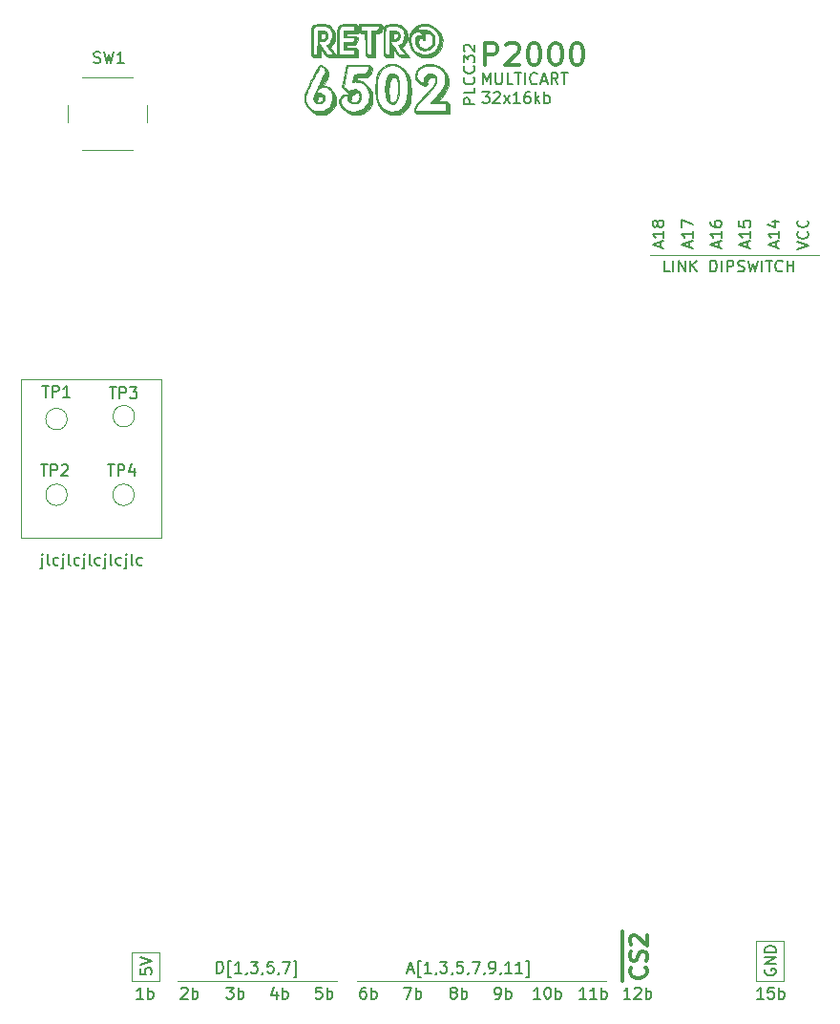
<source format=gbr>
G04 #@! TF.GenerationSoftware,KiCad,Pcbnew,(5.1.10)-1*
G04 #@! TF.CreationDate,2022-09-21T08:41:53+02:00*
G04 #@! TF.ProjectId,Cartridge,43617274-7269-4646-9765-2e6b69636164,rev?*
G04 #@! TF.SameCoordinates,Original*
G04 #@! TF.FileFunction,Legend,Top*
G04 #@! TF.FilePolarity,Positive*
%FSLAX46Y46*%
G04 Gerber Fmt 4.6, Leading zero omitted, Abs format (unit mm)*
G04 Created by KiCad (PCBNEW (5.1.10)-1) date 2022-09-21 08:41:53*
%MOMM*%
%LPD*%
G01*
G04 APERTURE LIST*
%ADD10C,0.150000*%
%ADD11C,0.300000*%
%ADD12C,0.120000*%
%ADD13C,0.010000*%
%ADD14C,1.422400*%
%ADD15R,1.422400X1.422400*%
%ADD16O,1.600000X1.600000*%
%ADD17R,1.600000X1.600000*%
%ADD18C,1.500000*%
%ADD19C,1.600000*%
%ADD20R,2.000000X10.000000*%
%ADD21C,2.000000*%
%ADD22O,1.700000X1.700000*%
%ADD23R,1.700000X1.700000*%
G04 APERTURE END LIST*
D10*
X85262790Y-52647780D02*
X85881838Y-52647780D01*
X85548504Y-53028733D01*
X85691361Y-53028733D01*
X85786600Y-53076352D01*
X85834219Y-53123971D01*
X85881838Y-53219209D01*
X85881838Y-53457304D01*
X85834219Y-53552542D01*
X85786600Y-53600161D01*
X85691361Y-53647780D01*
X85405647Y-53647780D01*
X85310409Y-53600161D01*
X85262790Y-53552542D01*
X86262790Y-52743019D02*
X86310409Y-52695400D01*
X86405647Y-52647780D01*
X86643742Y-52647780D01*
X86738980Y-52695400D01*
X86786600Y-52743019D01*
X86834219Y-52838257D01*
X86834219Y-52933495D01*
X86786600Y-53076352D01*
X86215171Y-53647780D01*
X86834219Y-53647780D01*
X87167552Y-53647780D02*
X87691361Y-52981114D01*
X87167552Y-52981114D02*
X87691361Y-53647780D01*
X88596123Y-53647780D02*
X88024695Y-53647780D01*
X88310409Y-53647780D02*
X88310409Y-52647780D01*
X88215171Y-52790638D01*
X88119933Y-52885876D01*
X88024695Y-52933495D01*
X89453266Y-52647780D02*
X89262790Y-52647780D01*
X89167552Y-52695400D01*
X89119933Y-52743019D01*
X89024695Y-52885876D01*
X88977076Y-53076352D01*
X88977076Y-53457304D01*
X89024695Y-53552542D01*
X89072314Y-53600161D01*
X89167552Y-53647780D01*
X89358028Y-53647780D01*
X89453266Y-53600161D01*
X89500885Y-53552542D01*
X89548504Y-53457304D01*
X89548504Y-53219209D01*
X89500885Y-53123971D01*
X89453266Y-53076352D01*
X89358028Y-53028733D01*
X89167552Y-53028733D01*
X89072314Y-53076352D01*
X89024695Y-53123971D01*
X88977076Y-53219209D01*
X89977076Y-53647780D02*
X89977076Y-52647780D01*
X90072314Y-53266828D02*
X90358028Y-53647780D01*
X90358028Y-52981114D02*
X89977076Y-53362066D01*
X90786600Y-53647780D02*
X90786600Y-52647780D01*
X90786600Y-53028733D02*
X90881838Y-52981114D01*
X91072314Y-52981114D01*
X91167552Y-53028733D01*
X91215171Y-53076352D01*
X91262790Y-53171590D01*
X91262790Y-53457304D01*
X91215171Y-53552542D01*
X91167552Y-53600161D01*
X91072314Y-53647780D01*
X90881838Y-53647780D01*
X90786600Y-53600161D01*
D11*
X85484790Y-50298761D02*
X85484790Y-48298761D01*
X86246695Y-48298761D01*
X86437171Y-48394000D01*
X86532409Y-48489238D01*
X86627647Y-48679714D01*
X86627647Y-48965428D01*
X86532409Y-49155904D01*
X86437171Y-49251142D01*
X86246695Y-49346380D01*
X85484790Y-49346380D01*
X87389552Y-48489238D02*
X87484790Y-48394000D01*
X87675266Y-48298761D01*
X88151457Y-48298761D01*
X88341933Y-48394000D01*
X88437171Y-48489238D01*
X88532409Y-48679714D01*
X88532409Y-48870190D01*
X88437171Y-49155904D01*
X87294314Y-50298761D01*
X88532409Y-50298761D01*
X89770504Y-48298761D02*
X89960980Y-48298761D01*
X90151457Y-48394000D01*
X90246695Y-48489238D01*
X90341933Y-48679714D01*
X90437171Y-49060666D01*
X90437171Y-49536857D01*
X90341933Y-49917809D01*
X90246695Y-50108285D01*
X90151457Y-50203523D01*
X89960980Y-50298761D01*
X89770504Y-50298761D01*
X89580028Y-50203523D01*
X89484790Y-50108285D01*
X89389552Y-49917809D01*
X89294314Y-49536857D01*
X89294314Y-49060666D01*
X89389552Y-48679714D01*
X89484790Y-48489238D01*
X89580028Y-48394000D01*
X89770504Y-48298761D01*
X91675266Y-48298761D02*
X91865742Y-48298761D01*
X92056219Y-48394000D01*
X92151457Y-48489238D01*
X92246695Y-48679714D01*
X92341933Y-49060666D01*
X92341933Y-49536857D01*
X92246695Y-49917809D01*
X92151457Y-50108285D01*
X92056219Y-50203523D01*
X91865742Y-50298761D01*
X91675266Y-50298761D01*
X91484790Y-50203523D01*
X91389552Y-50108285D01*
X91294314Y-49917809D01*
X91199076Y-49536857D01*
X91199076Y-49060666D01*
X91294314Y-48679714D01*
X91389552Y-48489238D01*
X91484790Y-48394000D01*
X91675266Y-48298761D01*
X93580028Y-48298761D02*
X93770504Y-48298761D01*
X93960980Y-48394000D01*
X94056219Y-48489238D01*
X94151457Y-48679714D01*
X94246695Y-49060666D01*
X94246695Y-49536857D01*
X94151457Y-49917809D01*
X94056219Y-50108285D01*
X93960980Y-50203523D01*
X93770504Y-50298761D01*
X93580028Y-50298761D01*
X93389552Y-50203523D01*
X93294314Y-50108285D01*
X93199076Y-49917809D01*
X93103838Y-49536857D01*
X93103838Y-49060666D01*
X93199076Y-48679714D01*
X93294314Y-48489238D01*
X93389552Y-48394000D01*
X93580028Y-48298761D01*
D10*
X85307323Y-51971380D02*
X85307323Y-50971380D01*
X85640657Y-51685666D01*
X85973990Y-50971380D01*
X85973990Y-51971380D01*
X86450180Y-50971380D02*
X86450180Y-51780904D01*
X86497800Y-51876142D01*
X86545419Y-51923761D01*
X86640657Y-51971380D01*
X86831133Y-51971380D01*
X86926371Y-51923761D01*
X86973990Y-51876142D01*
X87021609Y-51780904D01*
X87021609Y-50971380D01*
X87973990Y-51971380D02*
X87497800Y-51971380D01*
X87497800Y-50971380D01*
X88164466Y-50971380D02*
X88735895Y-50971380D01*
X88450180Y-51971380D02*
X88450180Y-50971380D01*
X89069228Y-51971380D02*
X89069228Y-50971380D01*
X90116847Y-51876142D02*
X90069228Y-51923761D01*
X89926371Y-51971380D01*
X89831133Y-51971380D01*
X89688276Y-51923761D01*
X89593038Y-51828523D01*
X89545419Y-51733285D01*
X89497800Y-51542809D01*
X89497800Y-51399952D01*
X89545419Y-51209476D01*
X89593038Y-51114238D01*
X89688276Y-51019000D01*
X89831133Y-50971380D01*
X89926371Y-50971380D01*
X90069228Y-51019000D01*
X90116847Y-51066619D01*
X90497800Y-51685666D02*
X90973990Y-51685666D01*
X90402561Y-51971380D02*
X90735895Y-50971380D01*
X91069228Y-51971380D01*
X91973990Y-51971380D02*
X91640657Y-51495190D01*
X91402561Y-51971380D02*
X91402561Y-50971380D01*
X91783514Y-50971380D01*
X91878752Y-51019000D01*
X91926371Y-51066619D01*
X91973990Y-51161857D01*
X91973990Y-51304714D01*
X91926371Y-51399952D01*
X91878752Y-51447571D01*
X91783514Y-51495190D01*
X91402561Y-51495190D01*
X92259704Y-50971380D02*
X92831133Y-50971380D01*
X92545419Y-51971380D02*
X92545419Y-50971380D01*
X84599380Y-53764047D02*
X83599380Y-53764047D01*
X83599380Y-53383095D01*
X83647000Y-53287857D01*
X83694619Y-53240238D01*
X83789857Y-53192619D01*
X83932714Y-53192619D01*
X84027952Y-53240238D01*
X84075571Y-53287857D01*
X84123190Y-53383095D01*
X84123190Y-53764047D01*
X84599380Y-52287857D02*
X84599380Y-52764047D01*
X83599380Y-52764047D01*
X84504142Y-51383095D02*
X84551761Y-51430714D01*
X84599380Y-51573571D01*
X84599380Y-51668809D01*
X84551761Y-51811666D01*
X84456523Y-51906904D01*
X84361285Y-51954523D01*
X84170809Y-52002142D01*
X84027952Y-52002142D01*
X83837476Y-51954523D01*
X83742238Y-51906904D01*
X83647000Y-51811666D01*
X83599380Y-51668809D01*
X83599380Y-51573571D01*
X83647000Y-51430714D01*
X83694619Y-51383095D01*
X84504142Y-50383095D02*
X84551761Y-50430714D01*
X84599380Y-50573571D01*
X84599380Y-50668809D01*
X84551761Y-50811666D01*
X84456523Y-50906904D01*
X84361285Y-50954523D01*
X84170809Y-51002142D01*
X84027952Y-51002142D01*
X83837476Y-50954523D01*
X83742238Y-50906904D01*
X83647000Y-50811666D01*
X83599380Y-50668809D01*
X83599380Y-50573571D01*
X83647000Y-50430714D01*
X83694619Y-50383095D01*
X83599380Y-50049761D02*
X83599380Y-49430714D01*
X83980333Y-49764047D01*
X83980333Y-49621190D01*
X84027952Y-49525952D01*
X84075571Y-49478333D01*
X84170809Y-49430714D01*
X84408904Y-49430714D01*
X84504142Y-49478333D01*
X84551761Y-49525952D01*
X84599380Y-49621190D01*
X84599380Y-49906904D01*
X84551761Y-50002142D01*
X84504142Y-50049761D01*
X83694619Y-49049761D02*
X83647000Y-49002142D01*
X83599380Y-48906904D01*
X83599380Y-48668809D01*
X83647000Y-48573571D01*
X83694619Y-48525952D01*
X83789857Y-48478333D01*
X83885095Y-48478333D01*
X84027952Y-48525952D01*
X84599380Y-49097380D01*
X84599380Y-48478333D01*
D12*
X44323000Y-78105000D02*
X44450000Y-78105000D01*
X44323000Y-92202000D02*
X44323000Y-78105000D01*
X45847000Y-92202000D02*
X44323000Y-92202000D01*
X56769000Y-92202000D02*
X45847000Y-92202000D01*
X56769000Y-78105000D02*
X56769000Y-92202000D01*
X44450000Y-78105000D02*
X56769000Y-78105000D01*
D11*
X97702000Y-131464571D02*
X97702000Y-129964571D01*
X99707714Y-130250285D02*
X99779142Y-130321714D01*
X99850571Y-130536000D01*
X99850571Y-130678857D01*
X99779142Y-130893142D01*
X99636285Y-131036000D01*
X99493428Y-131107428D01*
X99207714Y-131178857D01*
X98993428Y-131178857D01*
X98707714Y-131107428D01*
X98564857Y-131036000D01*
X98422000Y-130893142D01*
X98350571Y-130678857D01*
X98350571Y-130536000D01*
X98422000Y-130321714D01*
X98493428Y-130250285D01*
X97702000Y-129964571D02*
X97702000Y-128536000D01*
X99779142Y-129678857D02*
X99850571Y-129464571D01*
X99850571Y-129107428D01*
X99779142Y-128964571D01*
X99707714Y-128893142D01*
X99564857Y-128821714D01*
X99422000Y-128821714D01*
X99279142Y-128893142D01*
X99207714Y-128964571D01*
X99136285Y-129107428D01*
X99064857Y-129393142D01*
X98993428Y-129536000D01*
X98922000Y-129607428D01*
X98779142Y-129678857D01*
X98636285Y-129678857D01*
X98493428Y-129607428D01*
X98422000Y-129536000D01*
X98350571Y-129393142D01*
X98350571Y-129036000D01*
X98422000Y-128821714D01*
X97702000Y-128536000D02*
X97702000Y-127107428D01*
X98493428Y-128250285D02*
X98422000Y-128178857D01*
X98350571Y-128036000D01*
X98350571Y-127678857D01*
X98422000Y-127536000D01*
X98493428Y-127464571D01*
X98636285Y-127393142D01*
X98779142Y-127393142D01*
X98993428Y-127464571D01*
X99850571Y-128321714D01*
X99850571Y-127393142D01*
D10*
X103641266Y-66436476D02*
X103641266Y-65960285D01*
X103926980Y-66531714D02*
X102926980Y-66198380D01*
X103926980Y-65865047D01*
X103926980Y-65007904D02*
X103926980Y-65579333D01*
X103926980Y-65293619D02*
X102926980Y-65293619D01*
X103069838Y-65388857D01*
X103165076Y-65484095D01*
X103212695Y-65579333D01*
X102926980Y-64674571D02*
X102926980Y-64007904D01*
X103926980Y-64436476D01*
X108762866Y-66436476D02*
X108762866Y-65960285D01*
X109048580Y-66531714D02*
X108048580Y-66198380D01*
X109048580Y-65865047D01*
X109048580Y-65007904D02*
X109048580Y-65579333D01*
X109048580Y-65293619D02*
X108048580Y-65293619D01*
X108191438Y-65388857D01*
X108286676Y-65484095D01*
X108334295Y-65579333D01*
X108048580Y-64103142D02*
X108048580Y-64579333D01*
X108524771Y-64626952D01*
X108477152Y-64579333D01*
X108429533Y-64484095D01*
X108429533Y-64246000D01*
X108477152Y-64150761D01*
X108524771Y-64103142D01*
X108620009Y-64055523D01*
X108858104Y-64055523D01*
X108953342Y-64103142D01*
X109000961Y-64150761D01*
X109048580Y-64246000D01*
X109048580Y-64484095D01*
X109000961Y-64579333D01*
X108953342Y-64626952D01*
X111323666Y-66436476D02*
X111323666Y-65960285D01*
X111609380Y-66531714D02*
X110609380Y-66198380D01*
X111609380Y-65865047D01*
X111609380Y-65007904D02*
X111609380Y-65579333D01*
X111609380Y-65293619D02*
X110609380Y-65293619D01*
X110752238Y-65388857D01*
X110847476Y-65484095D01*
X110895095Y-65579333D01*
X110942714Y-64150761D02*
X111609380Y-64150761D01*
X110561761Y-64388857D02*
X111276047Y-64626952D01*
X111276047Y-64007904D01*
X106202066Y-66436476D02*
X106202066Y-65960285D01*
X106487780Y-66531714D02*
X105487780Y-66198380D01*
X106487780Y-65865047D01*
X106487780Y-65007904D02*
X106487780Y-65579333D01*
X106487780Y-65293619D02*
X105487780Y-65293619D01*
X105630638Y-65388857D01*
X105725876Y-65484095D01*
X105773495Y-65579333D01*
X105487780Y-64150761D02*
X105487780Y-64341238D01*
X105535400Y-64436476D01*
X105583019Y-64484095D01*
X105725876Y-64579333D01*
X105916352Y-64626952D01*
X106297304Y-64626952D01*
X106392542Y-64579333D01*
X106440161Y-64531714D01*
X106487780Y-64436476D01*
X106487780Y-64246000D01*
X106440161Y-64150761D01*
X106392542Y-64103142D01*
X106297304Y-64055523D01*
X106059209Y-64055523D01*
X105963971Y-64103142D01*
X105916352Y-64150761D01*
X105868733Y-64246000D01*
X105868733Y-64436476D01*
X105916352Y-64531714D01*
X105963971Y-64579333D01*
X106059209Y-64626952D01*
X101080466Y-66436476D02*
X101080466Y-65960285D01*
X101366180Y-66531714D02*
X100366180Y-66198380D01*
X101366180Y-65865047D01*
X101366180Y-65007904D02*
X101366180Y-65579333D01*
X101366180Y-65293619D02*
X100366180Y-65293619D01*
X100509038Y-65388857D01*
X100604276Y-65484095D01*
X100651895Y-65579333D01*
X100794752Y-64436476D02*
X100747133Y-64531714D01*
X100699514Y-64579333D01*
X100604276Y-64626952D01*
X100556657Y-64626952D01*
X100461419Y-64579333D01*
X100413800Y-64531714D01*
X100366180Y-64436476D01*
X100366180Y-64246000D01*
X100413800Y-64150761D01*
X100461419Y-64103142D01*
X100556657Y-64055523D01*
X100604276Y-64055523D01*
X100699514Y-64103142D01*
X100747133Y-64150761D01*
X100794752Y-64246000D01*
X100794752Y-64436476D01*
X100842371Y-64531714D01*
X100889990Y-64579333D01*
X100985228Y-64626952D01*
X101175704Y-64626952D01*
X101270942Y-64579333D01*
X101318561Y-64531714D01*
X101366180Y-64436476D01*
X101366180Y-64246000D01*
X101318561Y-64150761D01*
X101270942Y-64103142D01*
X101175704Y-64055523D01*
X100985228Y-64055523D01*
X100889990Y-64103142D01*
X100842371Y-64150761D01*
X100794752Y-64246000D01*
D12*
X100147000Y-67145000D02*
X115147000Y-67145000D01*
D10*
X101885095Y-68597380D02*
X101408904Y-68597380D01*
X101408904Y-67597380D01*
X102218428Y-68597380D02*
X102218428Y-67597380D01*
X102694619Y-68597380D02*
X102694619Y-67597380D01*
X103266047Y-68597380D01*
X103266047Y-67597380D01*
X103742238Y-68597380D02*
X103742238Y-67597380D01*
X104313666Y-68597380D02*
X103885095Y-68025952D01*
X104313666Y-67597380D02*
X103742238Y-68168809D01*
X105504142Y-68597380D02*
X105504142Y-67597380D01*
X105742238Y-67597380D01*
X105885095Y-67645000D01*
X105980333Y-67740238D01*
X106027952Y-67835476D01*
X106075571Y-68025952D01*
X106075571Y-68168809D01*
X106027952Y-68359285D01*
X105980333Y-68454523D01*
X105885095Y-68549761D01*
X105742238Y-68597380D01*
X105504142Y-68597380D01*
X106504142Y-68597380D02*
X106504142Y-67597380D01*
X106980333Y-68597380D02*
X106980333Y-67597380D01*
X107361285Y-67597380D01*
X107456523Y-67645000D01*
X107504142Y-67692619D01*
X107551761Y-67787857D01*
X107551761Y-67930714D01*
X107504142Y-68025952D01*
X107456523Y-68073571D01*
X107361285Y-68121190D01*
X106980333Y-68121190D01*
X107932714Y-68549761D02*
X108075571Y-68597380D01*
X108313666Y-68597380D01*
X108408904Y-68549761D01*
X108456523Y-68502142D01*
X108504142Y-68406904D01*
X108504142Y-68311666D01*
X108456523Y-68216428D01*
X108408904Y-68168809D01*
X108313666Y-68121190D01*
X108123190Y-68073571D01*
X108027952Y-68025952D01*
X107980333Y-67978333D01*
X107932714Y-67883095D01*
X107932714Y-67787857D01*
X107980333Y-67692619D01*
X108027952Y-67645000D01*
X108123190Y-67597380D01*
X108361285Y-67597380D01*
X108504142Y-67645000D01*
X108837476Y-67597380D02*
X109075571Y-68597380D01*
X109266047Y-67883095D01*
X109456523Y-68597380D01*
X109694619Y-67597380D01*
X110075571Y-68597380D02*
X110075571Y-67597380D01*
X110408904Y-67597380D02*
X110980333Y-67597380D01*
X110694619Y-68597380D02*
X110694619Y-67597380D01*
X111885095Y-68502142D02*
X111837476Y-68549761D01*
X111694619Y-68597380D01*
X111599380Y-68597380D01*
X111456523Y-68549761D01*
X111361285Y-68454523D01*
X111313666Y-68359285D01*
X111266047Y-68168809D01*
X111266047Y-68025952D01*
X111313666Y-67835476D01*
X111361285Y-67740238D01*
X111456523Y-67645000D01*
X111599380Y-67597380D01*
X111694619Y-67597380D01*
X111837476Y-67645000D01*
X111885095Y-67692619D01*
X112313666Y-68597380D02*
X112313666Y-67597380D01*
X112313666Y-68073571D02*
X112885095Y-68073571D01*
X112885095Y-68597380D02*
X112885095Y-67597380D01*
X113189380Y-66617333D02*
X114189380Y-66284000D01*
X113189380Y-65950666D01*
X114094142Y-65045904D02*
X114141761Y-65093523D01*
X114189380Y-65236380D01*
X114189380Y-65331619D01*
X114141761Y-65474476D01*
X114046523Y-65569714D01*
X113951285Y-65617333D01*
X113760809Y-65664952D01*
X113617952Y-65664952D01*
X113427476Y-65617333D01*
X113332238Y-65569714D01*
X113237000Y-65474476D01*
X113189380Y-65331619D01*
X113189380Y-65236380D01*
X113237000Y-65093523D01*
X113284619Y-65045904D01*
X114094142Y-64045904D02*
X114141761Y-64093523D01*
X114189380Y-64236380D01*
X114189380Y-64331619D01*
X114141761Y-64474476D01*
X114046523Y-64569714D01*
X113951285Y-64617333D01*
X113760809Y-64664952D01*
X113617952Y-64664952D01*
X113427476Y-64617333D01*
X113332238Y-64569714D01*
X113237000Y-64474476D01*
X113189380Y-64331619D01*
X113189380Y-64236380D01*
X113237000Y-64093523D01*
X113284619Y-64045904D01*
D12*
X109586000Y-127889000D02*
X109586000Y-131445000D01*
X111999000Y-127889000D02*
X109586000Y-127889000D01*
X111999000Y-131445000D02*
X111999000Y-127889000D01*
D10*
X110356000Y-130428904D02*
X110308380Y-130524142D01*
X110308380Y-130667000D01*
X110356000Y-130809857D01*
X110451238Y-130905095D01*
X110546476Y-130952714D01*
X110736952Y-131000333D01*
X110879809Y-131000333D01*
X111070285Y-130952714D01*
X111165523Y-130905095D01*
X111260761Y-130809857D01*
X111308380Y-130667000D01*
X111308380Y-130571761D01*
X111260761Y-130428904D01*
X111213142Y-130381285D01*
X110879809Y-130381285D01*
X110879809Y-130571761D01*
X111308380Y-129952714D02*
X110308380Y-129952714D01*
X111308380Y-129381285D01*
X110308380Y-129381285D01*
X111308380Y-128905095D02*
X110308380Y-128905095D01*
X110308380Y-128667000D01*
X110356000Y-128524142D01*
X110451238Y-128428904D01*
X110546476Y-128381285D01*
X110736952Y-128333666D01*
X110879809Y-128333666D01*
X111070285Y-128381285D01*
X111165523Y-128428904D01*
X111260761Y-128524142D01*
X111308380Y-128667000D01*
X111308380Y-128905095D01*
D12*
X109586000Y-131445000D02*
X111999000Y-131445000D01*
X54214000Y-128905000D02*
X54214000Y-131445000D01*
X56627000Y-128905000D02*
X54214000Y-128905000D01*
X56627000Y-131445000D02*
X56627000Y-128905000D01*
X54214000Y-131445000D02*
X56627000Y-131445000D01*
D10*
X54936380Y-130365476D02*
X54936380Y-130841666D01*
X55412571Y-130889285D01*
X55364952Y-130841666D01*
X55317333Y-130746428D01*
X55317333Y-130508333D01*
X55364952Y-130413095D01*
X55412571Y-130365476D01*
X55507809Y-130317857D01*
X55745904Y-130317857D01*
X55841142Y-130365476D01*
X55888761Y-130413095D01*
X55936380Y-130508333D01*
X55936380Y-130746428D01*
X55888761Y-130841666D01*
X55841142Y-130889285D01*
X54936380Y-130032142D02*
X55936380Y-129698809D01*
X54936380Y-129365476D01*
X78630428Y-130468666D02*
X79106619Y-130468666D01*
X78535190Y-130754380D02*
X78868523Y-129754380D01*
X79201857Y-130754380D01*
X79820904Y-131087714D02*
X79582809Y-131087714D01*
X79582809Y-129659142D01*
X79820904Y-129659142D01*
X80725666Y-130754380D02*
X80154238Y-130754380D01*
X80439952Y-130754380D02*
X80439952Y-129754380D01*
X80344714Y-129897238D01*
X80249476Y-129992476D01*
X80154238Y-130040095D01*
X81201857Y-130706761D02*
X81201857Y-130754380D01*
X81154238Y-130849619D01*
X81106619Y-130897238D01*
X81535190Y-129754380D02*
X82154238Y-129754380D01*
X81820904Y-130135333D01*
X81963761Y-130135333D01*
X82059000Y-130182952D01*
X82106619Y-130230571D01*
X82154238Y-130325809D01*
X82154238Y-130563904D01*
X82106619Y-130659142D01*
X82059000Y-130706761D01*
X81963761Y-130754380D01*
X81678047Y-130754380D01*
X81582809Y-130706761D01*
X81535190Y-130659142D01*
X82630428Y-130706761D02*
X82630428Y-130754380D01*
X82582809Y-130849619D01*
X82535190Y-130897238D01*
X83535190Y-129754380D02*
X83059000Y-129754380D01*
X83011380Y-130230571D01*
X83059000Y-130182952D01*
X83154238Y-130135333D01*
X83392333Y-130135333D01*
X83487571Y-130182952D01*
X83535190Y-130230571D01*
X83582809Y-130325809D01*
X83582809Y-130563904D01*
X83535190Y-130659142D01*
X83487571Y-130706761D01*
X83392333Y-130754380D01*
X83154238Y-130754380D01*
X83059000Y-130706761D01*
X83011380Y-130659142D01*
X84059000Y-130706761D02*
X84059000Y-130754380D01*
X84011380Y-130849619D01*
X83963761Y-130897238D01*
X84392333Y-129754380D02*
X85059000Y-129754380D01*
X84630428Y-130754380D01*
X85487571Y-130706761D02*
X85487571Y-130754380D01*
X85439952Y-130849619D01*
X85392333Y-130897238D01*
X85963761Y-130754380D02*
X86154238Y-130754380D01*
X86249476Y-130706761D01*
X86297095Y-130659142D01*
X86392333Y-130516285D01*
X86439952Y-130325809D01*
X86439952Y-129944857D01*
X86392333Y-129849619D01*
X86344714Y-129802000D01*
X86249476Y-129754380D01*
X86059000Y-129754380D01*
X85963761Y-129802000D01*
X85916142Y-129849619D01*
X85868523Y-129944857D01*
X85868523Y-130182952D01*
X85916142Y-130278190D01*
X85963761Y-130325809D01*
X86059000Y-130373428D01*
X86249476Y-130373428D01*
X86344714Y-130325809D01*
X86392333Y-130278190D01*
X86439952Y-130182952D01*
X86916142Y-130706761D02*
X86916142Y-130754380D01*
X86868523Y-130849619D01*
X86820904Y-130897238D01*
X87868523Y-130754380D02*
X87297095Y-130754380D01*
X87582809Y-130754380D02*
X87582809Y-129754380D01*
X87487571Y-129897238D01*
X87392333Y-129992476D01*
X87297095Y-130040095D01*
X88820904Y-130754380D02*
X88249476Y-130754380D01*
X88535190Y-130754380D02*
X88535190Y-129754380D01*
X88439952Y-129897238D01*
X88344714Y-129992476D01*
X88249476Y-130040095D01*
X89154238Y-131087714D02*
X89392333Y-131087714D01*
X89392333Y-129659142D01*
X89154238Y-129659142D01*
D12*
X74153000Y-131445000D02*
X96251000Y-131445000D01*
D10*
X61715380Y-130754380D02*
X61715380Y-129754380D01*
X61953476Y-129754380D01*
X62096333Y-129802000D01*
X62191571Y-129897238D01*
X62239190Y-129992476D01*
X62286809Y-130182952D01*
X62286809Y-130325809D01*
X62239190Y-130516285D01*
X62191571Y-130611523D01*
X62096333Y-130706761D01*
X61953476Y-130754380D01*
X61715380Y-130754380D01*
X63001095Y-131087714D02*
X62763000Y-131087714D01*
X62763000Y-129659142D01*
X63001095Y-129659142D01*
X63905857Y-130754380D02*
X63334428Y-130754380D01*
X63620142Y-130754380D02*
X63620142Y-129754380D01*
X63524904Y-129897238D01*
X63429666Y-129992476D01*
X63334428Y-130040095D01*
X64382047Y-130706761D02*
X64382047Y-130754380D01*
X64334428Y-130849619D01*
X64286809Y-130897238D01*
X64715380Y-129754380D02*
X65334428Y-129754380D01*
X65001095Y-130135333D01*
X65143952Y-130135333D01*
X65239190Y-130182952D01*
X65286809Y-130230571D01*
X65334428Y-130325809D01*
X65334428Y-130563904D01*
X65286809Y-130659142D01*
X65239190Y-130706761D01*
X65143952Y-130754380D01*
X64858238Y-130754380D01*
X64763000Y-130706761D01*
X64715380Y-130659142D01*
X65810619Y-130706761D02*
X65810619Y-130754380D01*
X65763000Y-130849619D01*
X65715380Y-130897238D01*
X66715380Y-129754380D02*
X66239190Y-129754380D01*
X66191571Y-130230571D01*
X66239190Y-130182952D01*
X66334428Y-130135333D01*
X66572523Y-130135333D01*
X66667761Y-130182952D01*
X66715380Y-130230571D01*
X66763000Y-130325809D01*
X66763000Y-130563904D01*
X66715380Y-130659142D01*
X66667761Y-130706761D01*
X66572523Y-130754380D01*
X66334428Y-130754380D01*
X66239190Y-130706761D01*
X66191571Y-130659142D01*
X67239190Y-130706761D02*
X67239190Y-130754380D01*
X67191571Y-130849619D01*
X67143952Y-130897238D01*
X67572523Y-129754380D02*
X68239190Y-129754380D01*
X67810619Y-130754380D01*
X68524904Y-131087714D02*
X68763000Y-131087714D01*
X68763000Y-129659142D01*
X68524904Y-129659142D01*
D12*
X58278000Y-131445000D02*
X72375000Y-131445000D01*
D10*
X46242238Y-93930714D02*
X46242238Y-94787857D01*
X46194619Y-94883095D01*
X46099380Y-94930714D01*
X46051761Y-94930714D01*
X46242238Y-93597380D02*
X46194619Y-93645000D01*
X46242238Y-93692619D01*
X46289857Y-93645000D01*
X46242238Y-93597380D01*
X46242238Y-93692619D01*
X46861285Y-94597380D02*
X46766047Y-94549761D01*
X46718428Y-94454523D01*
X46718428Y-93597380D01*
X47670809Y-94549761D02*
X47575571Y-94597380D01*
X47385095Y-94597380D01*
X47289857Y-94549761D01*
X47242238Y-94502142D01*
X47194619Y-94406904D01*
X47194619Y-94121190D01*
X47242238Y-94025952D01*
X47289857Y-93978333D01*
X47385095Y-93930714D01*
X47575571Y-93930714D01*
X47670809Y-93978333D01*
X48099380Y-93930714D02*
X48099380Y-94787857D01*
X48051761Y-94883095D01*
X47956523Y-94930714D01*
X47908904Y-94930714D01*
X48099380Y-93597380D02*
X48051761Y-93645000D01*
X48099380Y-93692619D01*
X48147000Y-93645000D01*
X48099380Y-93597380D01*
X48099380Y-93692619D01*
X48718428Y-94597380D02*
X48623190Y-94549761D01*
X48575571Y-94454523D01*
X48575571Y-93597380D01*
X49527952Y-94549761D02*
X49432714Y-94597380D01*
X49242238Y-94597380D01*
X49147000Y-94549761D01*
X49099380Y-94502142D01*
X49051761Y-94406904D01*
X49051761Y-94121190D01*
X49099380Y-94025952D01*
X49147000Y-93978333D01*
X49242238Y-93930714D01*
X49432714Y-93930714D01*
X49527952Y-93978333D01*
X49956523Y-93930714D02*
X49956523Y-94787857D01*
X49908904Y-94883095D01*
X49813666Y-94930714D01*
X49766047Y-94930714D01*
X49956523Y-93597380D02*
X49908904Y-93645000D01*
X49956523Y-93692619D01*
X50004142Y-93645000D01*
X49956523Y-93597380D01*
X49956523Y-93692619D01*
X50575571Y-94597380D02*
X50480333Y-94549761D01*
X50432714Y-94454523D01*
X50432714Y-93597380D01*
X51385095Y-94549761D02*
X51289857Y-94597380D01*
X51099380Y-94597380D01*
X51004142Y-94549761D01*
X50956523Y-94502142D01*
X50908904Y-94406904D01*
X50908904Y-94121190D01*
X50956523Y-94025952D01*
X51004142Y-93978333D01*
X51099380Y-93930714D01*
X51289857Y-93930714D01*
X51385095Y-93978333D01*
X51813666Y-93930714D02*
X51813666Y-94787857D01*
X51766047Y-94883095D01*
X51670809Y-94930714D01*
X51623190Y-94930714D01*
X51813666Y-93597380D02*
X51766047Y-93645000D01*
X51813666Y-93692619D01*
X51861285Y-93645000D01*
X51813666Y-93597380D01*
X51813666Y-93692619D01*
X52432714Y-94597380D02*
X52337476Y-94549761D01*
X52289857Y-94454523D01*
X52289857Y-93597380D01*
X53242238Y-94549761D02*
X53147000Y-94597380D01*
X52956523Y-94597380D01*
X52861285Y-94549761D01*
X52813666Y-94502142D01*
X52766047Y-94406904D01*
X52766047Y-94121190D01*
X52813666Y-94025952D01*
X52861285Y-93978333D01*
X52956523Y-93930714D01*
X53147000Y-93930714D01*
X53242238Y-93978333D01*
X53670809Y-93930714D02*
X53670809Y-94787857D01*
X53623190Y-94883095D01*
X53527952Y-94930714D01*
X53480333Y-94930714D01*
X53670809Y-93597380D02*
X53623190Y-93645000D01*
X53670809Y-93692619D01*
X53718428Y-93645000D01*
X53670809Y-93597380D01*
X53670809Y-93692619D01*
X54289857Y-94597380D02*
X54194619Y-94549761D01*
X54147000Y-94454523D01*
X54147000Y-93597380D01*
X55099380Y-94549761D02*
X55004142Y-94597380D01*
X54813666Y-94597380D01*
X54718428Y-94549761D01*
X54670809Y-94502142D01*
X54623190Y-94406904D01*
X54623190Y-94121190D01*
X54670809Y-94025952D01*
X54718428Y-93978333D01*
X54813666Y-93930714D01*
X55004142Y-93930714D01*
X55099380Y-93978333D01*
X110213142Y-133040380D02*
X109641714Y-133040380D01*
X109927428Y-133040380D02*
X109927428Y-132040380D01*
X109832190Y-132183238D01*
X109736952Y-132278476D01*
X109641714Y-132326095D01*
X111117904Y-132040380D02*
X110641714Y-132040380D01*
X110594095Y-132516571D01*
X110641714Y-132468952D01*
X110736952Y-132421333D01*
X110975047Y-132421333D01*
X111070285Y-132468952D01*
X111117904Y-132516571D01*
X111165523Y-132611809D01*
X111165523Y-132849904D01*
X111117904Y-132945142D01*
X111070285Y-132992761D01*
X110975047Y-133040380D01*
X110736952Y-133040380D01*
X110641714Y-132992761D01*
X110594095Y-132945142D01*
X111594095Y-133040380D02*
X111594095Y-132040380D01*
X111594095Y-132421333D02*
X111689333Y-132373714D01*
X111879809Y-132373714D01*
X111975047Y-132421333D01*
X112022666Y-132468952D01*
X112070285Y-132564190D01*
X112070285Y-132849904D01*
X112022666Y-132945142D01*
X111975047Y-132992761D01*
X111879809Y-133040380D01*
X111689333Y-133040380D01*
X111594095Y-132992761D01*
X98402142Y-133040380D02*
X97830714Y-133040380D01*
X98116428Y-133040380D02*
X98116428Y-132040380D01*
X98021190Y-132183238D01*
X97925952Y-132278476D01*
X97830714Y-132326095D01*
X98783095Y-132135619D02*
X98830714Y-132088000D01*
X98925952Y-132040380D01*
X99164047Y-132040380D01*
X99259285Y-132088000D01*
X99306904Y-132135619D01*
X99354523Y-132230857D01*
X99354523Y-132326095D01*
X99306904Y-132468952D01*
X98735476Y-133040380D01*
X99354523Y-133040380D01*
X99783095Y-133040380D02*
X99783095Y-132040380D01*
X99783095Y-132421333D02*
X99878333Y-132373714D01*
X100068809Y-132373714D01*
X100164047Y-132421333D01*
X100211666Y-132468952D01*
X100259285Y-132564190D01*
X100259285Y-132849904D01*
X100211666Y-132945142D01*
X100164047Y-132992761D01*
X100068809Y-133040380D01*
X99878333Y-133040380D01*
X99783095Y-132992761D01*
X94465142Y-133040380D02*
X93893714Y-133040380D01*
X94179428Y-133040380D02*
X94179428Y-132040380D01*
X94084190Y-132183238D01*
X93988952Y-132278476D01*
X93893714Y-132326095D01*
X95417523Y-133040380D02*
X94846095Y-133040380D01*
X95131809Y-133040380D02*
X95131809Y-132040380D01*
X95036571Y-132183238D01*
X94941333Y-132278476D01*
X94846095Y-132326095D01*
X95846095Y-133040380D02*
X95846095Y-132040380D01*
X95846095Y-132421333D02*
X95941333Y-132373714D01*
X96131809Y-132373714D01*
X96227047Y-132421333D01*
X96274666Y-132468952D01*
X96322285Y-132564190D01*
X96322285Y-132849904D01*
X96274666Y-132945142D01*
X96227047Y-132992761D01*
X96131809Y-133040380D01*
X95941333Y-133040380D01*
X95846095Y-132992761D01*
X90401142Y-133040380D02*
X89829714Y-133040380D01*
X90115428Y-133040380D02*
X90115428Y-132040380D01*
X90020190Y-132183238D01*
X89924952Y-132278476D01*
X89829714Y-132326095D01*
X91020190Y-132040380D02*
X91115428Y-132040380D01*
X91210666Y-132088000D01*
X91258285Y-132135619D01*
X91305904Y-132230857D01*
X91353523Y-132421333D01*
X91353523Y-132659428D01*
X91305904Y-132849904D01*
X91258285Y-132945142D01*
X91210666Y-132992761D01*
X91115428Y-133040380D01*
X91020190Y-133040380D01*
X90924952Y-132992761D01*
X90877333Y-132945142D01*
X90829714Y-132849904D01*
X90782095Y-132659428D01*
X90782095Y-132421333D01*
X90829714Y-132230857D01*
X90877333Y-132135619D01*
X90924952Y-132088000D01*
X91020190Y-132040380D01*
X91782095Y-133040380D02*
X91782095Y-132040380D01*
X91782095Y-132421333D02*
X91877333Y-132373714D01*
X92067809Y-132373714D01*
X92163047Y-132421333D01*
X92210666Y-132468952D01*
X92258285Y-132564190D01*
X92258285Y-132849904D01*
X92210666Y-132945142D01*
X92163047Y-132992761D01*
X92067809Y-133040380D01*
X91877333Y-133040380D01*
X91782095Y-132992761D01*
X86464142Y-133040380D02*
X86654619Y-133040380D01*
X86749857Y-132992761D01*
X86797476Y-132945142D01*
X86892714Y-132802285D01*
X86940333Y-132611809D01*
X86940333Y-132230857D01*
X86892714Y-132135619D01*
X86845095Y-132088000D01*
X86749857Y-132040380D01*
X86559380Y-132040380D01*
X86464142Y-132088000D01*
X86416523Y-132135619D01*
X86368904Y-132230857D01*
X86368904Y-132468952D01*
X86416523Y-132564190D01*
X86464142Y-132611809D01*
X86559380Y-132659428D01*
X86749857Y-132659428D01*
X86845095Y-132611809D01*
X86892714Y-132564190D01*
X86940333Y-132468952D01*
X87368904Y-133040380D02*
X87368904Y-132040380D01*
X87368904Y-132421333D02*
X87464142Y-132373714D01*
X87654619Y-132373714D01*
X87749857Y-132421333D01*
X87797476Y-132468952D01*
X87845095Y-132564190D01*
X87845095Y-132849904D01*
X87797476Y-132945142D01*
X87749857Y-132992761D01*
X87654619Y-133040380D01*
X87464142Y-133040380D01*
X87368904Y-132992761D01*
X82622380Y-132468952D02*
X82527142Y-132421333D01*
X82479523Y-132373714D01*
X82431904Y-132278476D01*
X82431904Y-132230857D01*
X82479523Y-132135619D01*
X82527142Y-132088000D01*
X82622380Y-132040380D01*
X82812857Y-132040380D01*
X82908095Y-132088000D01*
X82955714Y-132135619D01*
X83003333Y-132230857D01*
X83003333Y-132278476D01*
X82955714Y-132373714D01*
X82908095Y-132421333D01*
X82812857Y-132468952D01*
X82622380Y-132468952D01*
X82527142Y-132516571D01*
X82479523Y-132564190D01*
X82431904Y-132659428D01*
X82431904Y-132849904D01*
X82479523Y-132945142D01*
X82527142Y-132992761D01*
X82622380Y-133040380D01*
X82812857Y-133040380D01*
X82908095Y-132992761D01*
X82955714Y-132945142D01*
X83003333Y-132849904D01*
X83003333Y-132659428D01*
X82955714Y-132564190D01*
X82908095Y-132516571D01*
X82812857Y-132468952D01*
X83431904Y-133040380D02*
X83431904Y-132040380D01*
X83431904Y-132421333D02*
X83527142Y-132373714D01*
X83717619Y-132373714D01*
X83812857Y-132421333D01*
X83860476Y-132468952D01*
X83908095Y-132564190D01*
X83908095Y-132849904D01*
X83860476Y-132945142D01*
X83812857Y-132992761D01*
X83717619Y-133040380D01*
X83527142Y-133040380D01*
X83431904Y-132992761D01*
X78320285Y-132040380D02*
X78986952Y-132040380D01*
X78558380Y-133040380D01*
X79367904Y-133040380D02*
X79367904Y-132040380D01*
X79367904Y-132421333D02*
X79463142Y-132373714D01*
X79653619Y-132373714D01*
X79748857Y-132421333D01*
X79796476Y-132468952D01*
X79844095Y-132564190D01*
X79844095Y-132849904D01*
X79796476Y-132945142D01*
X79748857Y-132992761D01*
X79653619Y-133040380D01*
X79463142Y-133040380D01*
X79367904Y-132992761D01*
X74907095Y-132040380D02*
X74716619Y-132040380D01*
X74621380Y-132088000D01*
X74573761Y-132135619D01*
X74478523Y-132278476D01*
X74430904Y-132468952D01*
X74430904Y-132849904D01*
X74478523Y-132945142D01*
X74526142Y-132992761D01*
X74621380Y-133040380D01*
X74811857Y-133040380D01*
X74907095Y-132992761D01*
X74954714Y-132945142D01*
X75002333Y-132849904D01*
X75002333Y-132611809D01*
X74954714Y-132516571D01*
X74907095Y-132468952D01*
X74811857Y-132421333D01*
X74621380Y-132421333D01*
X74526142Y-132468952D01*
X74478523Y-132516571D01*
X74430904Y-132611809D01*
X75430904Y-133040380D02*
X75430904Y-132040380D01*
X75430904Y-132421333D02*
X75526142Y-132373714D01*
X75716619Y-132373714D01*
X75811857Y-132421333D01*
X75859476Y-132468952D01*
X75907095Y-132564190D01*
X75907095Y-132849904D01*
X75859476Y-132945142D01*
X75811857Y-132992761D01*
X75716619Y-133040380D01*
X75526142Y-133040380D01*
X75430904Y-132992761D01*
X71017714Y-132040380D02*
X70541523Y-132040380D01*
X70493904Y-132516571D01*
X70541523Y-132468952D01*
X70636761Y-132421333D01*
X70874857Y-132421333D01*
X70970095Y-132468952D01*
X71017714Y-132516571D01*
X71065333Y-132611809D01*
X71065333Y-132849904D01*
X71017714Y-132945142D01*
X70970095Y-132992761D01*
X70874857Y-133040380D01*
X70636761Y-133040380D01*
X70541523Y-132992761D01*
X70493904Y-132945142D01*
X71493904Y-133040380D02*
X71493904Y-132040380D01*
X71493904Y-132421333D02*
X71589142Y-132373714D01*
X71779619Y-132373714D01*
X71874857Y-132421333D01*
X71922476Y-132468952D01*
X71970095Y-132564190D01*
X71970095Y-132849904D01*
X71922476Y-132945142D01*
X71874857Y-132992761D01*
X71779619Y-133040380D01*
X71589142Y-133040380D01*
X71493904Y-132992761D01*
X67033095Y-132373714D02*
X67033095Y-133040380D01*
X66795000Y-131992761D02*
X66556904Y-132707047D01*
X67175952Y-132707047D01*
X67556904Y-133040380D02*
X67556904Y-132040380D01*
X67556904Y-132421333D02*
X67652142Y-132373714D01*
X67842619Y-132373714D01*
X67937857Y-132421333D01*
X67985476Y-132468952D01*
X68033095Y-132564190D01*
X68033095Y-132849904D01*
X67985476Y-132945142D01*
X67937857Y-132992761D01*
X67842619Y-133040380D01*
X67652142Y-133040380D01*
X67556904Y-132992761D01*
X62572285Y-132040380D02*
X63191333Y-132040380D01*
X62858000Y-132421333D01*
X63000857Y-132421333D01*
X63096095Y-132468952D01*
X63143714Y-132516571D01*
X63191333Y-132611809D01*
X63191333Y-132849904D01*
X63143714Y-132945142D01*
X63096095Y-132992761D01*
X63000857Y-133040380D01*
X62715142Y-133040380D01*
X62619904Y-132992761D01*
X62572285Y-132945142D01*
X63619904Y-133040380D02*
X63619904Y-132040380D01*
X63619904Y-132421333D02*
X63715142Y-132373714D01*
X63905619Y-132373714D01*
X64000857Y-132421333D01*
X64048476Y-132468952D01*
X64096095Y-132564190D01*
X64096095Y-132849904D01*
X64048476Y-132945142D01*
X64000857Y-132992761D01*
X63905619Y-133040380D01*
X63715142Y-133040380D01*
X63619904Y-132992761D01*
X58555904Y-132135619D02*
X58603523Y-132088000D01*
X58698761Y-132040380D01*
X58936857Y-132040380D01*
X59032095Y-132088000D01*
X59079714Y-132135619D01*
X59127333Y-132230857D01*
X59127333Y-132326095D01*
X59079714Y-132468952D01*
X58508285Y-133040380D01*
X59127333Y-133040380D01*
X59555904Y-133040380D02*
X59555904Y-132040380D01*
X59555904Y-132421333D02*
X59651142Y-132373714D01*
X59841619Y-132373714D01*
X59936857Y-132421333D01*
X59984476Y-132468952D01*
X60032095Y-132564190D01*
X60032095Y-132849904D01*
X59984476Y-132945142D01*
X59936857Y-132992761D01*
X59841619Y-133040380D01*
X59651142Y-133040380D01*
X59555904Y-132992761D01*
X55190333Y-133040380D02*
X54618904Y-133040380D01*
X54904619Y-133040380D02*
X54904619Y-132040380D01*
X54809380Y-132183238D01*
X54714142Y-132278476D01*
X54618904Y-132326095D01*
X55618904Y-133040380D02*
X55618904Y-132040380D01*
X55618904Y-132421333D02*
X55714142Y-132373714D01*
X55904619Y-132373714D01*
X55999857Y-132421333D01*
X56047476Y-132468952D01*
X56095095Y-132564190D01*
X56095095Y-132849904D01*
X56047476Y-132945142D01*
X55999857Y-132992761D01*
X55904619Y-133040380D01*
X55714142Y-133040380D01*
X55618904Y-132992761D01*
D13*
G36*
X71010213Y-50303205D02*
G01*
X71024465Y-50306985D01*
X71114023Y-50348724D01*
X71222619Y-50425227D01*
X71337473Y-50524637D01*
X71445804Y-50635097D01*
X71534831Y-50744749D01*
X71585149Y-50827152D01*
X71624576Y-50922982D01*
X71644252Y-51015289D01*
X71642464Y-51113301D01*
X71617502Y-51226250D01*
X71567655Y-51363364D01*
X71491211Y-51533875D01*
X71431247Y-51657304D01*
X71220382Y-52083439D01*
X71297191Y-52099844D01*
X71428432Y-52133723D01*
X71537930Y-52178516D01*
X71640006Y-52243070D01*
X71748982Y-52336233D01*
X71861561Y-52448489D01*
X72031221Y-52640936D01*
X72155089Y-52821513D01*
X72239153Y-53000818D01*
X72289400Y-53189450D01*
X72293382Y-53212844D01*
X72307044Y-53466905D01*
X72269398Y-53716631D01*
X72185057Y-53954388D01*
X72058637Y-54172539D01*
X71894751Y-54363450D01*
X71698014Y-54519484D01*
X71473040Y-54633004D01*
X71424930Y-54649979D01*
X71240231Y-54692121D01*
X71034410Y-54708937D01*
X70829163Y-54700386D01*
X70646191Y-54666427D01*
X70599625Y-54651545D01*
X70461990Y-54593277D01*
X70327465Y-54516020D01*
X70182150Y-54410931D01*
X70049835Y-54301776D01*
X69907352Y-54175543D01*
X69800289Y-54069417D01*
X69718042Y-53970826D01*
X69650007Y-53867198D01*
X69592040Y-53758985D01*
X69506439Y-53525885D01*
X69470213Y-53274700D01*
X69474844Y-53190849D01*
X69582224Y-53190849D01*
X69609765Y-53440125D01*
X69688247Y-53675115D01*
X69813167Y-53887527D01*
X69980020Y-54069065D01*
X70113750Y-54169757D01*
X70355367Y-54294881D01*
X70602492Y-54364093D01*
X70853953Y-54377240D01*
X71108579Y-54334167D01*
X71183023Y-54311077D01*
X71405273Y-54206755D01*
X71596778Y-54060422D01*
X71753856Y-53879600D01*
X71872822Y-53671815D01*
X71949992Y-53444589D01*
X71981682Y-53205446D01*
X71964207Y-52961911D01*
X71923066Y-52799747D01*
X71880166Y-52687321D01*
X71829041Y-52596740D01*
X71756077Y-52507013D01*
X71686925Y-52435661D01*
X71547287Y-52313934D01*
X71415434Y-52238240D01*
X71278144Y-52202219D01*
X71190556Y-52197000D01*
X71033049Y-52218535D01*
X70886019Y-52277738D01*
X70759457Y-52366507D01*
X70663356Y-52476740D01*
X70607706Y-52600334D01*
X70597889Y-52677601D01*
X70603373Y-52713363D01*
X70629722Y-52726681D01*
X70691786Y-52722414D01*
X70721709Y-52718113D01*
X70869835Y-52722916D01*
X71014219Y-52776394D01*
X71139717Y-52871941D01*
X71179036Y-52917555D01*
X71242096Y-53043840D01*
X71261912Y-53189004D01*
X71240972Y-53338838D01*
X71181765Y-53479136D01*
X71086778Y-53595691D01*
X71055873Y-53620839D01*
X70961126Y-53664332D01*
X70837136Y-53686911D01*
X70707699Y-53686972D01*
X70596610Y-53662911D01*
X70575095Y-53653252D01*
X70443508Y-53555183D01*
X70383201Y-53469357D01*
X70626147Y-53469357D01*
X70634136Y-53539067D01*
X70644926Y-53561074D01*
X70682547Y-53572683D01*
X70754410Y-53579301D01*
X70785055Y-53579889D01*
X70885513Y-53567746D01*
X70969112Y-53523014D01*
X71001256Y-53496578D01*
X71084806Y-53396707D01*
X71135114Y-53281132D01*
X71146122Y-53167372D01*
X71133769Y-53113322D01*
X71112167Y-53067515D01*
X71081819Y-53048195D01*
X71024651Y-53049036D01*
X70971165Y-53056406D01*
X70876713Y-53069555D01*
X70796280Y-53079150D01*
X70774519Y-53081168D01*
X70719300Y-53106617D01*
X70674271Y-53178963D01*
X70668686Y-53192405D01*
X70644662Y-53276786D01*
X70630069Y-53375517D01*
X70626147Y-53469357D01*
X70383201Y-53469357D01*
X70350424Y-53422712D01*
X70301610Y-53267418D01*
X70302131Y-53105181D01*
X70318069Y-53057296D01*
X70356469Y-52965077D01*
X70414504Y-52834650D01*
X70489342Y-52672143D01*
X70578153Y-52483680D01*
X70678108Y-52275389D01*
X70786376Y-52053396D01*
X70812944Y-51999445D01*
X70939752Y-51740233D01*
X71051730Y-51506904D01*
X71146935Y-51303722D01*
X71223424Y-51134947D01*
X71279253Y-51004844D01*
X71312478Y-50917674D01*
X71321224Y-50884667D01*
X71311551Y-50749573D01*
X71256085Y-50617753D01*
X71163819Y-50506078D01*
X71091778Y-50454186D01*
X71042054Y-50425732D01*
X70999574Y-50404338D01*
X70961407Y-50393820D01*
X70924619Y-50397990D01*
X70886279Y-50420663D01*
X70843454Y-50465652D01*
X70793212Y-50536772D01*
X70732620Y-50637836D01*
X70658748Y-50772658D01*
X70568661Y-50945052D01*
X70459429Y-51158833D01*
X70328118Y-51417813D01*
X70284022Y-51504811D01*
X70125623Y-51818830D01*
X69992004Y-52087787D01*
X69881223Y-52316344D01*
X69791342Y-52509160D01*
X69720421Y-52670895D01*
X69666520Y-52806208D01*
X69627700Y-52919760D01*
X69602020Y-53016210D01*
X69587543Y-53100217D01*
X69582327Y-53176443D01*
X69582224Y-53190849D01*
X69474844Y-53190849D01*
X69484468Y-53016604D01*
X69507306Y-52902556D01*
X69529087Y-52840526D01*
X69573473Y-52734959D01*
X69637213Y-52592486D01*
X69717053Y-52419744D01*
X69809740Y-52223365D01*
X69912021Y-52009984D01*
X70020642Y-51786235D01*
X70132351Y-51558752D01*
X70243894Y-51334168D01*
X70352018Y-51119119D01*
X70453471Y-50920237D01*
X70544999Y-50744157D01*
X70623348Y-50597514D01*
X70685267Y-50486940D01*
X70718910Y-50431757D01*
X70784378Y-50341563D01*
X70842927Y-50294901D01*
X70912293Y-50284529D01*
X71010213Y-50303205D01*
G37*
X71010213Y-50303205D02*
X71024465Y-50306985D01*
X71114023Y-50348724D01*
X71222619Y-50425227D01*
X71337473Y-50524637D01*
X71445804Y-50635097D01*
X71534831Y-50744749D01*
X71585149Y-50827152D01*
X71624576Y-50922982D01*
X71644252Y-51015289D01*
X71642464Y-51113301D01*
X71617502Y-51226250D01*
X71567655Y-51363364D01*
X71491211Y-51533875D01*
X71431247Y-51657304D01*
X71220382Y-52083439D01*
X71297191Y-52099844D01*
X71428432Y-52133723D01*
X71537930Y-52178516D01*
X71640006Y-52243070D01*
X71748982Y-52336233D01*
X71861561Y-52448489D01*
X72031221Y-52640936D01*
X72155089Y-52821513D01*
X72239153Y-53000818D01*
X72289400Y-53189450D01*
X72293382Y-53212844D01*
X72307044Y-53466905D01*
X72269398Y-53716631D01*
X72185057Y-53954388D01*
X72058637Y-54172539D01*
X71894751Y-54363450D01*
X71698014Y-54519484D01*
X71473040Y-54633004D01*
X71424930Y-54649979D01*
X71240231Y-54692121D01*
X71034410Y-54708937D01*
X70829163Y-54700386D01*
X70646191Y-54666427D01*
X70599625Y-54651545D01*
X70461990Y-54593277D01*
X70327465Y-54516020D01*
X70182150Y-54410931D01*
X70049835Y-54301776D01*
X69907352Y-54175543D01*
X69800289Y-54069417D01*
X69718042Y-53970826D01*
X69650007Y-53867198D01*
X69592040Y-53758985D01*
X69506439Y-53525885D01*
X69470213Y-53274700D01*
X69474844Y-53190849D01*
X69582224Y-53190849D01*
X69609765Y-53440125D01*
X69688247Y-53675115D01*
X69813167Y-53887527D01*
X69980020Y-54069065D01*
X70113750Y-54169757D01*
X70355367Y-54294881D01*
X70602492Y-54364093D01*
X70853953Y-54377240D01*
X71108579Y-54334167D01*
X71183023Y-54311077D01*
X71405273Y-54206755D01*
X71596778Y-54060422D01*
X71753856Y-53879600D01*
X71872822Y-53671815D01*
X71949992Y-53444589D01*
X71981682Y-53205446D01*
X71964207Y-52961911D01*
X71923066Y-52799747D01*
X71880166Y-52687321D01*
X71829041Y-52596740D01*
X71756077Y-52507013D01*
X71686925Y-52435661D01*
X71547287Y-52313934D01*
X71415434Y-52238240D01*
X71278144Y-52202219D01*
X71190556Y-52197000D01*
X71033049Y-52218535D01*
X70886019Y-52277738D01*
X70759457Y-52366507D01*
X70663356Y-52476740D01*
X70607706Y-52600334D01*
X70597889Y-52677601D01*
X70603373Y-52713363D01*
X70629722Y-52726681D01*
X70691786Y-52722414D01*
X70721709Y-52718113D01*
X70869835Y-52722916D01*
X71014219Y-52776394D01*
X71139717Y-52871941D01*
X71179036Y-52917555D01*
X71242096Y-53043840D01*
X71261912Y-53189004D01*
X71240972Y-53338838D01*
X71181765Y-53479136D01*
X71086778Y-53595691D01*
X71055873Y-53620839D01*
X70961126Y-53664332D01*
X70837136Y-53686911D01*
X70707699Y-53686972D01*
X70596610Y-53662911D01*
X70575095Y-53653252D01*
X70443508Y-53555183D01*
X70383201Y-53469357D01*
X70626147Y-53469357D01*
X70634136Y-53539067D01*
X70644926Y-53561074D01*
X70682547Y-53572683D01*
X70754410Y-53579301D01*
X70785055Y-53579889D01*
X70885513Y-53567746D01*
X70969112Y-53523014D01*
X71001256Y-53496578D01*
X71084806Y-53396707D01*
X71135114Y-53281132D01*
X71146122Y-53167372D01*
X71133769Y-53113322D01*
X71112167Y-53067515D01*
X71081819Y-53048195D01*
X71024651Y-53049036D01*
X70971165Y-53056406D01*
X70876713Y-53069555D01*
X70796280Y-53079150D01*
X70774519Y-53081168D01*
X70719300Y-53106617D01*
X70674271Y-53178963D01*
X70668686Y-53192405D01*
X70644662Y-53276786D01*
X70630069Y-53375517D01*
X70626147Y-53469357D01*
X70383201Y-53469357D01*
X70350424Y-53422712D01*
X70301610Y-53267418D01*
X70302131Y-53105181D01*
X70318069Y-53057296D01*
X70356469Y-52965077D01*
X70414504Y-52834650D01*
X70489342Y-52672143D01*
X70578153Y-52483680D01*
X70678108Y-52275389D01*
X70786376Y-52053396D01*
X70812944Y-51999445D01*
X70939752Y-51740233D01*
X71051730Y-51506904D01*
X71146935Y-51303722D01*
X71223424Y-51134947D01*
X71279253Y-51004844D01*
X71312478Y-50917674D01*
X71321224Y-50884667D01*
X71311551Y-50749573D01*
X71256085Y-50617753D01*
X71163819Y-50506078D01*
X71091778Y-50454186D01*
X71042054Y-50425732D01*
X70999574Y-50404338D01*
X70961407Y-50393820D01*
X70924619Y-50397990D01*
X70886279Y-50420663D01*
X70843454Y-50465652D01*
X70793212Y-50536772D01*
X70732620Y-50637836D01*
X70658748Y-50772658D01*
X70568661Y-50945052D01*
X70459429Y-51158833D01*
X70328118Y-51417813D01*
X70284022Y-51504811D01*
X70125623Y-51818830D01*
X69992004Y-52087787D01*
X69881223Y-52316344D01*
X69791342Y-52509160D01*
X69720421Y-52670895D01*
X69666520Y-52806208D01*
X69627700Y-52919760D01*
X69602020Y-53016210D01*
X69587543Y-53100217D01*
X69582327Y-53176443D01*
X69582224Y-53190849D01*
X69474844Y-53190849D01*
X69484468Y-53016604D01*
X69507306Y-52902556D01*
X69529087Y-52840526D01*
X69573473Y-52734959D01*
X69637213Y-52592486D01*
X69717053Y-52419744D01*
X69809740Y-52223365D01*
X69912021Y-52009984D01*
X70020642Y-51786235D01*
X70132351Y-51558752D01*
X70243894Y-51334168D01*
X70352018Y-51119119D01*
X70453471Y-50920237D01*
X70544999Y-50744157D01*
X70623348Y-50597514D01*
X70685267Y-50486940D01*
X70718910Y-50431757D01*
X70784378Y-50341563D01*
X70842927Y-50294901D01*
X70912293Y-50284529D01*
X71010213Y-50303205D01*
G36*
X75367389Y-50387549D02*
G01*
X75488126Y-50497914D01*
X75474688Y-50707297D01*
X75440415Y-50913538D01*
X75368107Y-51090383D01*
X75261477Y-51230317D01*
X75186513Y-51290847D01*
X75140834Y-51319041D01*
X75095433Y-51339407D01*
X75039753Y-51353631D01*
X74963236Y-51363398D01*
X74855325Y-51370392D01*
X74705461Y-51376299D01*
X74636989Y-51378556D01*
X74198614Y-51392667D01*
X74179065Y-51463223D01*
X74159904Y-51545567D01*
X74165406Y-51595705D01*
X74204894Y-51625609D01*
X74287694Y-51647252D01*
X74328495Y-51655065D01*
X74539564Y-51715044D01*
X74738340Y-51816135D01*
X74930157Y-51962250D01*
X75120351Y-52157297D01*
X75270977Y-52345879D01*
X75362889Y-52478165D01*
X75429730Y-52599608D01*
X75475260Y-52723645D01*
X75503240Y-52863711D01*
X75517431Y-53033244D01*
X75521585Y-53241223D01*
X75521036Y-53408016D01*
X75517579Y-53531100D01*
X75509766Y-53623189D01*
X75496148Y-53696999D01*
X75475277Y-53765246D01*
X75456263Y-53814817D01*
X75332708Y-54048574D01*
X75163710Y-54258197D01*
X74957969Y-54435502D01*
X74724188Y-54572307D01*
X74595466Y-54624366D01*
X74456130Y-54659618D01*
X74283572Y-54684528D01*
X74098871Y-54697695D01*
X73923109Y-54697717D01*
X73777366Y-54683193D01*
X73760371Y-54679880D01*
X73589195Y-54624876D01*
X73399973Y-54532695D01*
X73206435Y-54412808D01*
X73022313Y-54274686D01*
X72861338Y-54127801D01*
X72737239Y-53981626D01*
X72727261Y-53967227D01*
X72626900Y-53779138D01*
X72578146Y-53594543D01*
X72578035Y-53487108D01*
X72686954Y-53487108D01*
X72711655Y-53647957D01*
X72782461Y-53813082D01*
X72891245Y-53971109D01*
X73029880Y-54110661D01*
X73190241Y-54220362D01*
X73222556Y-54236921D01*
X73474383Y-54337204D01*
X73718097Y-54386748D01*
X73966566Y-54387217D01*
X74157332Y-54357740D01*
X74418952Y-54275296D01*
X74652945Y-54147257D01*
X74854091Y-53978518D01*
X75017169Y-53773980D01*
X75136959Y-53538538D01*
X75183072Y-53395458D01*
X75223856Y-53146024D01*
X75220134Y-52895730D01*
X75175325Y-52652409D01*
X75092847Y-52423892D01*
X74976120Y-52218010D01*
X74828563Y-52042595D01*
X74653595Y-51905477D01*
X74499552Y-51829873D01*
X74333726Y-51782957D01*
X74152371Y-51756248D01*
X73978275Y-51751918D01*
X73850500Y-51768034D01*
X73778633Y-51781115D01*
X73736676Y-51781747D01*
X73732101Y-51777723D01*
X73738744Y-51744725D01*
X73755732Y-51668012D01*
X73780534Y-51558825D01*
X73810623Y-51428406D01*
X73812370Y-51420889D01*
X73891094Y-51082223D01*
X74354103Y-51068112D01*
X74529244Y-51062148D01*
X74658000Y-51055621D01*
X74750423Y-51047136D01*
X74816566Y-51035297D01*
X74866482Y-51018708D01*
X74910224Y-50995976D01*
X74920942Y-50989436D01*
X75023768Y-50894483D01*
X75102968Y-50757294D01*
X75152533Y-50589258D01*
X75160654Y-50535138D01*
X75177751Y-50390778D01*
X73344890Y-50390778D01*
X73144776Y-51286834D01*
X72944662Y-52182889D01*
X73189443Y-52412978D01*
X73434223Y-52643067D01*
X73504778Y-52576753D01*
X73644912Y-52481430D01*
X73804794Y-52432717D01*
X73972179Y-52430722D01*
X74134820Y-52475554D01*
X74280470Y-52567324D01*
X74283323Y-52569812D01*
X74399025Y-52698873D01*
X74466955Y-52845713D01*
X74492151Y-53021921D01*
X74492556Y-53051113D01*
X74468505Y-53248089D01*
X74400232Y-53414555D01*
X74293555Y-53546111D01*
X74154293Y-53638358D01*
X73988266Y-53686897D01*
X73801293Y-53687328D01*
X73683038Y-53663104D01*
X73535867Y-53597259D01*
X73413186Y-53494921D01*
X73322922Y-53367201D01*
X73273001Y-53225212D01*
X73270542Y-53084859D01*
X73277478Y-53019658D01*
X73261524Y-52993049D01*
X73211371Y-52988379D01*
X73205082Y-52988461D01*
X73092902Y-53005473D01*
X72972256Y-53046593D01*
X72871457Y-53101449D01*
X72849813Y-53118595D01*
X72783372Y-53202467D01*
X72727004Y-53316239D01*
X72692430Y-53433389D01*
X72686954Y-53487108D01*
X72578035Y-53487108D01*
X72577965Y-53419593D01*
X72623324Y-53260437D01*
X72711189Y-53123226D01*
X72838527Y-53014109D01*
X73002304Y-52939237D01*
X73199487Y-52904759D01*
X73252106Y-52903176D01*
X73353929Y-52904819D01*
X73420192Y-52915841D01*
X73471761Y-52944110D01*
X73529501Y-52997493D01*
X73545511Y-53013805D01*
X73607056Y-53079258D01*
X73635721Y-53125430D01*
X73638100Y-53173389D01*
X73620784Y-53244201D01*
X73619287Y-53249546D01*
X73592517Y-53368543D01*
X73595437Y-53448319D01*
X73633216Y-53500492D01*
X73711025Y-53536682D01*
X73752401Y-53548724D01*
X73919962Y-53567904D01*
X74071864Y-53536993D01*
X74200899Y-53461707D01*
X74299858Y-53347762D01*
X74361532Y-53200877D01*
X74379251Y-53051629D01*
X74364591Y-52911828D01*
X74319777Y-52816278D01*
X74242042Y-52759875D01*
X74216375Y-52751072D01*
X74086066Y-52742273D01*
X73951336Y-52786709D01*
X73818240Y-52882150D01*
X73792412Y-52907101D01*
X73675621Y-53025060D01*
X73512588Y-52873289D01*
X73425349Y-52791726D01*
X73312544Y-52685762D01*
X73189544Y-52569856D01*
X73085084Y-52471126D01*
X72820612Y-52220733D01*
X72867201Y-51990144D01*
X72886293Y-51898579D01*
X72915471Y-51762403D01*
X72952454Y-51592078D01*
X72994962Y-51398069D01*
X73040715Y-51190836D01*
X73077403Y-51025778D01*
X73241017Y-50292000D01*
X74243835Y-50284593D01*
X75246652Y-50277185D01*
X75367389Y-50387549D01*
G37*
X75367389Y-50387549D02*
X75488126Y-50497914D01*
X75474688Y-50707297D01*
X75440415Y-50913538D01*
X75368107Y-51090383D01*
X75261477Y-51230317D01*
X75186513Y-51290847D01*
X75140834Y-51319041D01*
X75095433Y-51339407D01*
X75039753Y-51353631D01*
X74963236Y-51363398D01*
X74855325Y-51370392D01*
X74705461Y-51376299D01*
X74636989Y-51378556D01*
X74198614Y-51392667D01*
X74179065Y-51463223D01*
X74159904Y-51545567D01*
X74165406Y-51595705D01*
X74204894Y-51625609D01*
X74287694Y-51647252D01*
X74328495Y-51655065D01*
X74539564Y-51715044D01*
X74738340Y-51816135D01*
X74930157Y-51962250D01*
X75120351Y-52157297D01*
X75270977Y-52345879D01*
X75362889Y-52478165D01*
X75429730Y-52599608D01*
X75475260Y-52723645D01*
X75503240Y-52863711D01*
X75517431Y-53033244D01*
X75521585Y-53241223D01*
X75521036Y-53408016D01*
X75517579Y-53531100D01*
X75509766Y-53623189D01*
X75496148Y-53696999D01*
X75475277Y-53765246D01*
X75456263Y-53814817D01*
X75332708Y-54048574D01*
X75163710Y-54258197D01*
X74957969Y-54435502D01*
X74724188Y-54572307D01*
X74595466Y-54624366D01*
X74456130Y-54659618D01*
X74283572Y-54684528D01*
X74098871Y-54697695D01*
X73923109Y-54697717D01*
X73777366Y-54683193D01*
X73760371Y-54679880D01*
X73589195Y-54624876D01*
X73399973Y-54532695D01*
X73206435Y-54412808D01*
X73022313Y-54274686D01*
X72861338Y-54127801D01*
X72737239Y-53981626D01*
X72727261Y-53967227D01*
X72626900Y-53779138D01*
X72578146Y-53594543D01*
X72578035Y-53487108D01*
X72686954Y-53487108D01*
X72711655Y-53647957D01*
X72782461Y-53813082D01*
X72891245Y-53971109D01*
X73029880Y-54110661D01*
X73190241Y-54220362D01*
X73222556Y-54236921D01*
X73474383Y-54337204D01*
X73718097Y-54386748D01*
X73966566Y-54387217D01*
X74157332Y-54357740D01*
X74418952Y-54275296D01*
X74652945Y-54147257D01*
X74854091Y-53978518D01*
X75017169Y-53773980D01*
X75136959Y-53538538D01*
X75183072Y-53395458D01*
X75223856Y-53146024D01*
X75220134Y-52895730D01*
X75175325Y-52652409D01*
X75092847Y-52423892D01*
X74976120Y-52218010D01*
X74828563Y-52042595D01*
X74653595Y-51905477D01*
X74499552Y-51829873D01*
X74333726Y-51782957D01*
X74152371Y-51756248D01*
X73978275Y-51751918D01*
X73850500Y-51768034D01*
X73778633Y-51781115D01*
X73736676Y-51781747D01*
X73732101Y-51777723D01*
X73738744Y-51744725D01*
X73755732Y-51668012D01*
X73780534Y-51558825D01*
X73810623Y-51428406D01*
X73812370Y-51420889D01*
X73891094Y-51082223D01*
X74354103Y-51068112D01*
X74529244Y-51062148D01*
X74658000Y-51055621D01*
X74750423Y-51047136D01*
X74816566Y-51035297D01*
X74866482Y-51018708D01*
X74910224Y-50995976D01*
X74920942Y-50989436D01*
X75023768Y-50894483D01*
X75102968Y-50757294D01*
X75152533Y-50589258D01*
X75160654Y-50535138D01*
X75177751Y-50390778D01*
X73344890Y-50390778D01*
X73144776Y-51286834D01*
X72944662Y-52182889D01*
X73189443Y-52412978D01*
X73434223Y-52643067D01*
X73504778Y-52576753D01*
X73644912Y-52481430D01*
X73804794Y-52432717D01*
X73972179Y-52430722D01*
X74134820Y-52475554D01*
X74280470Y-52567324D01*
X74283323Y-52569812D01*
X74399025Y-52698873D01*
X74466955Y-52845713D01*
X74492151Y-53021921D01*
X74492556Y-53051113D01*
X74468505Y-53248089D01*
X74400232Y-53414555D01*
X74293555Y-53546111D01*
X74154293Y-53638358D01*
X73988266Y-53686897D01*
X73801293Y-53687328D01*
X73683038Y-53663104D01*
X73535867Y-53597259D01*
X73413186Y-53494921D01*
X73322922Y-53367201D01*
X73273001Y-53225212D01*
X73270542Y-53084859D01*
X73277478Y-53019658D01*
X73261524Y-52993049D01*
X73211371Y-52988379D01*
X73205082Y-52988461D01*
X73092902Y-53005473D01*
X72972256Y-53046593D01*
X72871457Y-53101449D01*
X72849813Y-53118595D01*
X72783372Y-53202467D01*
X72727004Y-53316239D01*
X72692430Y-53433389D01*
X72686954Y-53487108D01*
X72578035Y-53487108D01*
X72577965Y-53419593D01*
X72623324Y-53260437D01*
X72711189Y-53123226D01*
X72838527Y-53014109D01*
X73002304Y-52939237D01*
X73199487Y-52904759D01*
X73252106Y-52903176D01*
X73353929Y-52904819D01*
X73420192Y-52915841D01*
X73471761Y-52944110D01*
X73529501Y-52997493D01*
X73545511Y-53013805D01*
X73607056Y-53079258D01*
X73635721Y-53125430D01*
X73638100Y-53173389D01*
X73620784Y-53244201D01*
X73619287Y-53249546D01*
X73592517Y-53368543D01*
X73595437Y-53448319D01*
X73633216Y-53500492D01*
X73711025Y-53536682D01*
X73752401Y-53548724D01*
X73919962Y-53567904D01*
X74071864Y-53536993D01*
X74200899Y-53461707D01*
X74299858Y-53347762D01*
X74361532Y-53200877D01*
X74379251Y-53051629D01*
X74364591Y-52911828D01*
X74319777Y-52816278D01*
X74242042Y-52759875D01*
X74216375Y-52751072D01*
X74086066Y-52742273D01*
X73951336Y-52786709D01*
X73818240Y-52882150D01*
X73792412Y-52907101D01*
X73675621Y-53025060D01*
X73512588Y-52873289D01*
X73425349Y-52791726D01*
X73312544Y-52685762D01*
X73189544Y-52569856D01*
X73085084Y-52471126D01*
X72820612Y-52220733D01*
X72867201Y-51990144D01*
X72886293Y-51898579D01*
X72915471Y-51762403D01*
X72952454Y-51592078D01*
X72994962Y-51398069D01*
X73040715Y-51190836D01*
X73077403Y-51025778D01*
X73241017Y-50292000D01*
X74243835Y-50284593D01*
X75246652Y-50277185D01*
X75367389Y-50387549D01*
G36*
X77508705Y-50206157D02*
G01*
X77716788Y-50248464D01*
X77905776Y-50325404D01*
X78087217Y-50442235D01*
X78272657Y-50604215D01*
X78354790Y-50687266D01*
X78512151Y-50863972D01*
X78639608Y-51037349D01*
X78740189Y-51216188D01*
X78816926Y-51409276D01*
X78872846Y-51625403D01*
X78910981Y-51873357D01*
X78934360Y-52161929D01*
X78943641Y-52395468D01*
X78947243Y-52742450D01*
X78937026Y-53042458D01*
X78911832Y-53303525D01*
X78870505Y-53533684D01*
X78811891Y-53740966D01*
X78734833Y-53933405D01*
X78716856Y-53971332D01*
X78583291Y-54190051D01*
X78413464Y-54378539D01*
X78216098Y-54529636D01*
X77999911Y-54636184D01*
X77856667Y-54677488D01*
X77695801Y-54698813D01*
X77506049Y-54705256D01*
X77312894Y-54697095D01*
X77141820Y-54674605D01*
X77117223Y-54669478D01*
X76945672Y-54616995D01*
X76777967Y-54534107D01*
X76602259Y-54414117D01*
X76461660Y-54298836D01*
X76283215Y-54127064D01*
X76137532Y-53946439D01*
X76021790Y-53749633D01*
X75933163Y-53529316D01*
X75868830Y-53278161D01*
X75825967Y-52988839D01*
X75801752Y-52654020D01*
X75798797Y-52578000D01*
X75797643Y-52361939D01*
X75916528Y-52361939D01*
X75920311Y-52586754D01*
X75929207Y-52800410D01*
X75943089Y-52989539D01*
X75961830Y-53140772D01*
X75970040Y-53184778D01*
X76057349Y-53498240D01*
X76176240Y-53765334D01*
X76326562Y-53985875D01*
X76508163Y-54159675D01*
X76720889Y-54286550D01*
X76932608Y-54358967D01*
X77137287Y-54389452D01*
X77362710Y-54391069D01*
X77581200Y-54363954D01*
X77619566Y-54355584D01*
X77776174Y-54311760D01*
X77899317Y-54257505D01*
X78011947Y-54180639D01*
X78108277Y-54096205D01*
X78255363Y-53936763D01*
X78375149Y-53756341D01*
X78469736Y-53548778D01*
X78541225Y-53307914D01*
X78591716Y-53027591D01*
X78623310Y-52701648D01*
X78630828Y-52563889D01*
X78633964Y-52154758D01*
X78605818Y-51779420D01*
X78547010Y-51441883D01*
X78458164Y-51146155D01*
X78384720Y-50978487D01*
X78243005Y-50756151D01*
X78065629Y-50576191D01*
X77856548Y-50440777D01*
X77619716Y-50352079D01*
X77359089Y-50312268D01*
X77173667Y-50313988D01*
X76907965Y-50357338D01*
X76672977Y-50447882D01*
X76468639Y-50585686D01*
X76294889Y-50770819D01*
X76151663Y-51003349D01*
X76038897Y-51283343D01*
X75956529Y-51610870D01*
X75955089Y-51618445D01*
X75937140Y-51754218D01*
X75924815Y-51932304D01*
X75917987Y-52139333D01*
X75916528Y-52361939D01*
X75797643Y-52361939D01*
X75796539Y-52155600D01*
X75820581Y-51780799D01*
X75871606Y-51450904D01*
X75950294Y-51163218D01*
X76057329Y-50915046D01*
X76193391Y-50703693D01*
X76304664Y-50577807D01*
X76508311Y-50408131D01*
X76730341Y-50289005D01*
X76976468Y-50218153D01*
X77252403Y-50193301D01*
X77269982Y-50193223D01*
X77508705Y-50206157D01*
G37*
X77508705Y-50206157D02*
X77716788Y-50248464D01*
X77905776Y-50325404D01*
X78087217Y-50442235D01*
X78272657Y-50604215D01*
X78354790Y-50687266D01*
X78512151Y-50863972D01*
X78639608Y-51037349D01*
X78740189Y-51216188D01*
X78816926Y-51409276D01*
X78872846Y-51625403D01*
X78910981Y-51873357D01*
X78934360Y-52161929D01*
X78943641Y-52395468D01*
X78947243Y-52742450D01*
X78937026Y-53042458D01*
X78911832Y-53303525D01*
X78870505Y-53533684D01*
X78811891Y-53740966D01*
X78734833Y-53933405D01*
X78716856Y-53971332D01*
X78583291Y-54190051D01*
X78413464Y-54378539D01*
X78216098Y-54529636D01*
X77999911Y-54636184D01*
X77856667Y-54677488D01*
X77695801Y-54698813D01*
X77506049Y-54705256D01*
X77312894Y-54697095D01*
X77141820Y-54674605D01*
X77117223Y-54669478D01*
X76945672Y-54616995D01*
X76777967Y-54534107D01*
X76602259Y-54414117D01*
X76461660Y-54298836D01*
X76283215Y-54127064D01*
X76137532Y-53946439D01*
X76021790Y-53749633D01*
X75933163Y-53529316D01*
X75868830Y-53278161D01*
X75825967Y-52988839D01*
X75801752Y-52654020D01*
X75798797Y-52578000D01*
X75797643Y-52361939D01*
X75916528Y-52361939D01*
X75920311Y-52586754D01*
X75929207Y-52800410D01*
X75943089Y-52989539D01*
X75961830Y-53140772D01*
X75970040Y-53184778D01*
X76057349Y-53498240D01*
X76176240Y-53765334D01*
X76326562Y-53985875D01*
X76508163Y-54159675D01*
X76720889Y-54286550D01*
X76932608Y-54358967D01*
X77137287Y-54389452D01*
X77362710Y-54391069D01*
X77581200Y-54363954D01*
X77619566Y-54355584D01*
X77776174Y-54311760D01*
X77899317Y-54257505D01*
X78011947Y-54180639D01*
X78108277Y-54096205D01*
X78255363Y-53936763D01*
X78375149Y-53756341D01*
X78469736Y-53548778D01*
X78541225Y-53307914D01*
X78591716Y-53027591D01*
X78623310Y-52701648D01*
X78630828Y-52563889D01*
X78633964Y-52154758D01*
X78605818Y-51779420D01*
X78547010Y-51441883D01*
X78458164Y-51146155D01*
X78384720Y-50978487D01*
X78243005Y-50756151D01*
X78065629Y-50576191D01*
X77856548Y-50440777D01*
X77619716Y-50352079D01*
X77359089Y-50312268D01*
X77173667Y-50313988D01*
X76907965Y-50357338D01*
X76672977Y-50447882D01*
X76468639Y-50585686D01*
X76294889Y-50770819D01*
X76151663Y-51003349D01*
X76038897Y-51283343D01*
X75956529Y-51610870D01*
X75955089Y-51618445D01*
X75937140Y-51754218D01*
X75924815Y-51932304D01*
X75917987Y-52139333D01*
X75916528Y-52361939D01*
X75797643Y-52361939D01*
X75796539Y-52155600D01*
X75820581Y-51780799D01*
X75871606Y-51450904D01*
X75950294Y-51163218D01*
X76057329Y-50915046D01*
X76193391Y-50703693D01*
X76304664Y-50577807D01*
X76508311Y-50408131D01*
X76730341Y-50289005D01*
X76976468Y-50218153D01*
X77252403Y-50193301D01*
X77269982Y-50193223D01*
X77508705Y-50206157D01*
G36*
X80867432Y-50206096D02*
G01*
X81136066Y-50255545D01*
X81386086Y-50346449D01*
X81386915Y-50346841D01*
X81487922Y-50409317D01*
X81610363Y-50507686D01*
X81743537Y-50631442D01*
X81876738Y-50770077D01*
X81999265Y-50913084D01*
X82095145Y-51042111D01*
X82220739Y-51272722D01*
X82292625Y-51514220D01*
X82310680Y-51767082D01*
X82274784Y-52031779D01*
X82184814Y-52308788D01*
X82040648Y-52598581D01*
X81842164Y-52901633D01*
X81589239Y-53218419D01*
X81513080Y-53304723D01*
X81316354Y-53523445D01*
X82103369Y-53523445D01*
X82220851Y-53635203D01*
X82338334Y-53746962D01*
X82338334Y-54624112D01*
X79445556Y-54622700D01*
X79325612Y-54509498D01*
X79253241Y-54431985D01*
X79215057Y-54359440D01*
X79211195Y-54313667D01*
X79318556Y-54313667D01*
X82027889Y-54313667D01*
X82027889Y-53637320D01*
X81331928Y-53629771D01*
X80635967Y-53622223D01*
X80993650Y-53244440D01*
X81239518Y-52976826D01*
X81443349Y-52736389D01*
X81608824Y-52517204D01*
X81739626Y-52313345D01*
X81839435Y-52118888D01*
X81911933Y-51927907D01*
X81960802Y-51734475D01*
X81972361Y-51669157D01*
X81983437Y-51425599D01*
X81940631Y-51186079D01*
X81846407Y-50957961D01*
X81703227Y-50748605D01*
X81641498Y-50680605D01*
X81460014Y-50532865D01*
X81246560Y-50422809D01*
X81010508Y-50350381D01*
X80761227Y-50315527D01*
X80508090Y-50318192D01*
X80260467Y-50358320D01*
X80027729Y-50435856D01*
X79819248Y-50550746D01*
X79654197Y-50692290D01*
X79526891Y-50859311D01*
X79454349Y-51031280D01*
X79434893Y-51212473D01*
X79436893Y-51246315D01*
X79475716Y-51432824D01*
X79557469Y-51583514D01*
X79680798Y-51696692D01*
X79844347Y-51770664D01*
X79860428Y-51775188D01*
X79964384Y-51796518D01*
X80027677Y-51787361D01*
X80058359Y-51740571D01*
X80064477Y-51649000D01*
X80061725Y-51596429D01*
X80070136Y-51429834D01*
X80123765Y-51290701D01*
X80227000Y-51170109D01*
X80299371Y-51113430D01*
X80448222Y-51040941D01*
X80612857Y-51013974D01*
X80780349Y-51030161D01*
X80937770Y-51087133D01*
X81072191Y-51182521D01*
X81143888Y-51268159D01*
X81187780Y-51342730D01*
X81211831Y-51413129D01*
X81221522Y-51501609D01*
X81222687Y-51588162D01*
X81217242Y-51693379D01*
X81199738Y-51794941D01*
X81167006Y-51897461D01*
X81115879Y-52005551D01*
X81043188Y-52123825D01*
X80945763Y-52256896D01*
X80820436Y-52409378D01*
X80664039Y-52585884D01*
X80473403Y-52791027D01*
X80245359Y-53029420D01*
X80201877Y-53074376D01*
X80054942Y-53226856D01*
X79915572Y-53372898D01*
X79790282Y-53505567D01*
X79685586Y-53617926D01*
X79607999Y-53703041D01*
X79566928Y-53750377D01*
X79491333Y-53855814D01*
X79420942Y-53975971D01*
X79363674Y-54094900D01*
X79327444Y-54196652D01*
X79318832Y-54250167D01*
X79318556Y-54313667D01*
X79211195Y-54313667D01*
X79207985Y-54275643D01*
X79228952Y-54164377D01*
X79247619Y-54097977D01*
X79280062Y-54007147D01*
X79326123Y-53912649D01*
X79389671Y-53809497D01*
X79474573Y-53692708D01*
X79584696Y-53557299D01*
X79723907Y-53398285D01*
X79896073Y-53210682D01*
X80105062Y-52989507D01*
X80119390Y-52974502D01*
X80343490Y-52738487D01*
X80530752Y-52537431D01*
X80684583Y-52366715D01*
X80808387Y-52221721D01*
X80905571Y-52097828D01*
X80979539Y-51990418D01*
X81033698Y-51894870D01*
X81071452Y-51806567D01*
X81096208Y-51720887D01*
X81111370Y-51633213D01*
X81112016Y-51628058D01*
X81111469Y-51500080D01*
X81071748Y-51411005D01*
X80990643Y-51357081D01*
X80944957Y-51344269D01*
X80806048Y-51338388D01*
X80672720Y-51373126D01*
X80553547Y-51440521D01*
X80457103Y-51532606D01*
X80391963Y-51641417D01*
X80366702Y-51758990D01*
X80384745Y-51864648D01*
X80400259Y-51967851D01*
X80367057Y-52049188D01*
X80291376Y-52099680D01*
X80212998Y-52111902D01*
X80081833Y-52100670D01*
X79958873Y-52061507D01*
X79831491Y-51988489D01*
X79687061Y-51875698D01*
X79660837Y-51852960D01*
X79517735Y-51717645D01*
X79418422Y-51596207D01*
X79356837Y-51476040D01*
X79326924Y-51344539D01*
X79322622Y-51189098D01*
X79324365Y-51152930D01*
X79362062Y-50929026D01*
X79447645Y-50734879D01*
X79581351Y-50569989D01*
X79613990Y-50540389D01*
X79817575Y-50399828D01*
X80055254Y-50294967D01*
X80316484Y-50226957D01*
X80590724Y-50196950D01*
X80867432Y-50206096D01*
G37*
X80867432Y-50206096D02*
X81136066Y-50255545D01*
X81386086Y-50346449D01*
X81386915Y-50346841D01*
X81487922Y-50409317D01*
X81610363Y-50507686D01*
X81743537Y-50631442D01*
X81876738Y-50770077D01*
X81999265Y-50913084D01*
X82095145Y-51042111D01*
X82220739Y-51272722D01*
X82292625Y-51514220D01*
X82310680Y-51767082D01*
X82274784Y-52031779D01*
X82184814Y-52308788D01*
X82040648Y-52598581D01*
X81842164Y-52901633D01*
X81589239Y-53218419D01*
X81513080Y-53304723D01*
X81316354Y-53523445D01*
X82103369Y-53523445D01*
X82220851Y-53635203D01*
X82338334Y-53746962D01*
X82338334Y-54624112D01*
X79445556Y-54622700D01*
X79325612Y-54509498D01*
X79253241Y-54431985D01*
X79215057Y-54359440D01*
X79211195Y-54313667D01*
X79318556Y-54313667D01*
X82027889Y-54313667D01*
X82027889Y-53637320D01*
X81331928Y-53629771D01*
X80635967Y-53622223D01*
X80993650Y-53244440D01*
X81239518Y-52976826D01*
X81443349Y-52736389D01*
X81608824Y-52517204D01*
X81739626Y-52313345D01*
X81839435Y-52118888D01*
X81911933Y-51927907D01*
X81960802Y-51734475D01*
X81972361Y-51669157D01*
X81983437Y-51425599D01*
X81940631Y-51186079D01*
X81846407Y-50957961D01*
X81703227Y-50748605D01*
X81641498Y-50680605D01*
X81460014Y-50532865D01*
X81246560Y-50422809D01*
X81010508Y-50350381D01*
X80761227Y-50315527D01*
X80508090Y-50318192D01*
X80260467Y-50358320D01*
X80027729Y-50435856D01*
X79819248Y-50550746D01*
X79654197Y-50692290D01*
X79526891Y-50859311D01*
X79454349Y-51031280D01*
X79434893Y-51212473D01*
X79436893Y-51246315D01*
X79475716Y-51432824D01*
X79557469Y-51583514D01*
X79680798Y-51696692D01*
X79844347Y-51770664D01*
X79860428Y-51775188D01*
X79964384Y-51796518D01*
X80027677Y-51787361D01*
X80058359Y-51740571D01*
X80064477Y-51649000D01*
X80061725Y-51596429D01*
X80070136Y-51429834D01*
X80123765Y-51290701D01*
X80227000Y-51170109D01*
X80299371Y-51113430D01*
X80448222Y-51040941D01*
X80612857Y-51013974D01*
X80780349Y-51030161D01*
X80937770Y-51087133D01*
X81072191Y-51182521D01*
X81143888Y-51268159D01*
X81187780Y-51342730D01*
X81211831Y-51413129D01*
X81221522Y-51501609D01*
X81222687Y-51588162D01*
X81217242Y-51693379D01*
X81199738Y-51794941D01*
X81167006Y-51897461D01*
X81115879Y-52005551D01*
X81043188Y-52123825D01*
X80945763Y-52256896D01*
X80820436Y-52409378D01*
X80664039Y-52585884D01*
X80473403Y-52791027D01*
X80245359Y-53029420D01*
X80201877Y-53074376D01*
X80054942Y-53226856D01*
X79915572Y-53372898D01*
X79790282Y-53505567D01*
X79685586Y-53617926D01*
X79607999Y-53703041D01*
X79566928Y-53750377D01*
X79491333Y-53855814D01*
X79420942Y-53975971D01*
X79363674Y-54094900D01*
X79327444Y-54196652D01*
X79318832Y-54250167D01*
X79318556Y-54313667D01*
X79211195Y-54313667D01*
X79207985Y-54275643D01*
X79228952Y-54164377D01*
X79247619Y-54097977D01*
X79280062Y-54007147D01*
X79326123Y-53912649D01*
X79389671Y-53809497D01*
X79474573Y-53692708D01*
X79584696Y-53557299D01*
X79723907Y-53398285D01*
X79896073Y-53210682D01*
X80105062Y-52989507D01*
X80119390Y-52974502D01*
X80343490Y-52738487D01*
X80530752Y-52537431D01*
X80684583Y-52366715D01*
X80808387Y-52221721D01*
X80905571Y-52097828D01*
X80979539Y-51990418D01*
X81033698Y-51894870D01*
X81071452Y-51806567D01*
X81096208Y-51720887D01*
X81111370Y-51633213D01*
X81112016Y-51628058D01*
X81111469Y-51500080D01*
X81071748Y-51411005D01*
X80990643Y-51357081D01*
X80944957Y-51344269D01*
X80806048Y-51338388D01*
X80672720Y-51373126D01*
X80553547Y-51440521D01*
X80457103Y-51532606D01*
X80391963Y-51641417D01*
X80366702Y-51758990D01*
X80384745Y-51864648D01*
X80400259Y-51967851D01*
X80367057Y-52049188D01*
X80291376Y-52099680D01*
X80212998Y-52111902D01*
X80081833Y-52100670D01*
X79958873Y-52061507D01*
X79831491Y-51988489D01*
X79687061Y-51875698D01*
X79660837Y-51852960D01*
X79517735Y-51717645D01*
X79418422Y-51596207D01*
X79356837Y-51476040D01*
X79326924Y-51344539D01*
X79322622Y-51189098D01*
X79324365Y-51152930D01*
X79362062Y-50929026D01*
X79447645Y-50734879D01*
X79581351Y-50569989D01*
X79613990Y-50540389D01*
X79817575Y-50399828D01*
X80055254Y-50294967D01*
X80316484Y-50226957D01*
X80590724Y-50196950D01*
X80867432Y-50206096D01*
G36*
X80266805Y-46641539D02*
G01*
X80404741Y-46649031D01*
X80507458Y-46661754D01*
X80596183Y-46684677D01*
X80692140Y-46722766D01*
X80772312Y-46759846D01*
X80961075Y-46871778D01*
X81151488Y-47024272D01*
X81329782Y-47203595D01*
X81482190Y-47396012D01*
X81588140Y-47573676D01*
X81686020Y-47831516D01*
X81732770Y-48094581D01*
X81731045Y-48356443D01*
X81683504Y-48610670D01*
X81592801Y-48850832D01*
X81461595Y-49070500D01*
X81292541Y-49263244D01*
X81088297Y-49422632D01*
X80851518Y-49542235D01*
X80761972Y-49573346D01*
X80614633Y-49604950D01*
X80435099Y-49622795D01*
X80244747Y-49626503D01*
X80064955Y-49615695D01*
X79917101Y-49589994D01*
X79911223Y-49588393D01*
X79737345Y-49527168D01*
X79573304Y-49440144D01*
X79407395Y-49319791D01*
X79227915Y-49158581D01*
X79198646Y-49129963D01*
X79011215Y-48910095D01*
X78869208Y-48668242D01*
X78775542Y-48411748D01*
X78733133Y-48147958D01*
X78734964Y-48001751D01*
X78896440Y-48001751D01*
X78905100Y-48222095D01*
X78943459Y-48440929D01*
X79010557Y-48642387D01*
X79037598Y-48699924D01*
X79165483Y-48891121D01*
X79337560Y-49058185D01*
X79544720Y-49195551D01*
X79777853Y-49297657D01*
X80027850Y-49358941D01*
X80137000Y-49371266D01*
X80185650Y-49368698D01*
X80270631Y-49358947D01*
X80362778Y-49345746D01*
X80590623Y-49285995D01*
X80811640Y-49183322D01*
X81007418Y-49047285D01*
X81092977Y-48966701D01*
X81252793Y-48759363D01*
X81363865Y-48532234D01*
X81427025Y-48292509D01*
X81443104Y-48047384D01*
X81412935Y-47804054D01*
X81337349Y-47569712D01*
X81217178Y-47351555D01*
X81053254Y-47156777D01*
X80866251Y-47005571D01*
X80635314Y-46884037D01*
X80388381Y-46814189D01*
X80132230Y-46796069D01*
X79873638Y-46829716D01*
X79619384Y-46915171D01*
X79461922Y-46997158D01*
X79332667Y-47074608D01*
X79530223Y-47090483D01*
X79641174Y-47104185D01*
X79738475Y-47124518D01*
X79798334Y-47145868D01*
X79865129Y-47167662D01*
X79971253Y-47177741D01*
X80122889Y-47176950D01*
X80247862Y-47174228D01*
X80336225Y-47178606D01*
X80407720Y-47193981D01*
X80482092Y-47224249D01*
X80559463Y-47263119D01*
X80745583Y-47388655D01*
X80887226Y-47547937D01*
X80982822Y-47738043D01*
X81030805Y-47956048D01*
X81033904Y-48147828D01*
X80996957Y-48369131D01*
X80914502Y-48560567D01*
X80783144Y-48729854D01*
X80773479Y-48739629D01*
X80648671Y-48847284D01*
X80520335Y-48917708D01*
X80371147Y-48958026D01*
X80202158Y-48974582D01*
X80076086Y-48977768D01*
X79984313Y-48971091D01*
X79905068Y-48951172D01*
X79816983Y-48914819D01*
X79650753Y-48814498D01*
X79504033Y-48680136D01*
X79392685Y-48527197D01*
X79366672Y-48475877D01*
X79327688Y-48350824D01*
X79324838Y-48330073D01*
X79594599Y-48330073D01*
X79621682Y-48470687D01*
X79675067Y-48593776D01*
X79753145Y-48683468D01*
X79761096Y-48689200D01*
X79942034Y-48783516D01*
X80129369Y-48821773D01*
X80322384Y-48803892D01*
X80447445Y-48763412D01*
X80605909Y-48669263D01*
X80732803Y-48535373D01*
X80823588Y-48371553D01*
X80873730Y-48187610D01*
X80878692Y-47993354D01*
X80858014Y-47875609D01*
X80807141Y-47720427D01*
X80742076Y-47610292D01*
X80654738Y-47534138D01*
X80581864Y-47497483D01*
X80501240Y-47474051D01*
X80398805Y-47456968D01*
X80291851Y-47447479D01*
X80197673Y-47446829D01*
X80133563Y-47456263D01*
X80119091Y-47464170D01*
X80116543Y-47499729D01*
X80134429Y-47562192D01*
X80136940Y-47568409D01*
X80152447Y-47638934D01*
X80159549Y-47741584D01*
X80158725Y-47856898D01*
X80150458Y-47965411D01*
X80135229Y-48047662D01*
X80124432Y-48074059D01*
X80094132Y-48081087D01*
X80033734Y-48047570D01*
X79981584Y-48007351D01*
X79877944Y-47935593D01*
X79794899Y-47910839D01*
X79723883Y-47931765D01*
X79687277Y-47961835D01*
X79625785Y-48059773D01*
X79595430Y-48187810D01*
X79594599Y-48330073D01*
X79324838Y-48330073D01*
X79307354Y-48202822D01*
X79306030Y-48051551D01*
X79324079Y-47916689D01*
X79354805Y-47829877D01*
X79442981Y-47721580D01*
X79560862Y-47656462D01*
X79697709Y-47638328D01*
X79823673Y-47663677D01*
X79868434Y-47675841D01*
X79882205Y-47658798D01*
X79873779Y-47600086D01*
X79872628Y-47594306D01*
X79824427Y-47476656D01*
X79739892Y-47391289D01*
X79628794Y-47337927D01*
X79500904Y-47316290D01*
X79365993Y-47326100D01*
X79233833Y-47367078D01*
X79114195Y-47438945D01*
X79016850Y-47541423D01*
X78972073Y-47619996D01*
X78918444Y-47795763D01*
X78896440Y-48001751D01*
X78734964Y-48001751D01*
X78735441Y-47963667D01*
X78772543Y-47724579D01*
X78838405Y-47529423D01*
X78932064Y-47380983D01*
X78939506Y-47372558D01*
X78995073Y-47300143D01*
X79021573Y-47242167D01*
X79021213Y-47223323D01*
X79032841Y-47182450D01*
X79081727Y-47118852D01*
X79158238Y-47041220D01*
X79252739Y-46958248D01*
X79355596Y-46878627D01*
X79457175Y-46811050D01*
X79511628Y-46780840D01*
X79691673Y-46704872D01*
X79877342Y-46658960D01*
X80085572Y-46639978D01*
X80266805Y-46641539D01*
G37*
X80266805Y-46641539D02*
X80404741Y-46649031D01*
X80507458Y-46661754D01*
X80596183Y-46684677D01*
X80692140Y-46722766D01*
X80772312Y-46759846D01*
X80961075Y-46871778D01*
X81151488Y-47024272D01*
X81329782Y-47203595D01*
X81482190Y-47396012D01*
X81588140Y-47573676D01*
X81686020Y-47831516D01*
X81732770Y-48094581D01*
X81731045Y-48356443D01*
X81683504Y-48610670D01*
X81592801Y-48850832D01*
X81461595Y-49070500D01*
X81292541Y-49263244D01*
X81088297Y-49422632D01*
X80851518Y-49542235D01*
X80761972Y-49573346D01*
X80614633Y-49604950D01*
X80435099Y-49622795D01*
X80244747Y-49626503D01*
X80064955Y-49615695D01*
X79917101Y-49589994D01*
X79911223Y-49588393D01*
X79737345Y-49527168D01*
X79573304Y-49440144D01*
X79407395Y-49319791D01*
X79227915Y-49158581D01*
X79198646Y-49129963D01*
X79011215Y-48910095D01*
X78869208Y-48668242D01*
X78775542Y-48411748D01*
X78733133Y-48147958D01*
X78734964Y-48001751D01*
X78896440Y-48001751D01*
X78905100Y-48222095D01*
X78943459Y-48440929D01*
X79010557Y-48642387D01*
X79037598Y-48699924D01*
X79165483Y-48891121D01*
X79337560Y-49058185D01*
X79544720Y-49195551D01*
X79777853Y-49297657D01*
X80027850Y-49358941D01*
X80137000Y-49371266D01*
X80185650Y-49368698D01*
X80270631Y-49358947D01*
X80362778Y-49345746D01*
X80590623Y-49285995D01*
X80811640Y-49183322D01*
X81007418Y-49047285D01*
X81092977Y-48966701D01*
X81252793Y-48759363D01*
X81363865Y-48532234D01*
X81427025Y-48292509D01*
X81443104Y-48047384D01*
X81412935Y-47804054D01*
X81337349Y-47569712D01*
X81217178Y-47351555D01*
X81053254Y-47156777D01*
X80866251Y-47005571D01*
X80635314Y-46884037D01*
X80388381Y-46814189D01*
X80132230Y-46796069D01*
X79873638Y-46829716D01*
X79619384Y-46915171D01*
X79461922Y-46997158D01*
X79332667Y-47074608D01*
X79530223Y-47090483D01*
X79641174Y-47104185D01*
X79738475Y-47124518D01*
X79798334Y-47145868D01*
X79865129Y-47167662D01*
X79971253Y-47177741D01*
X80122889Y-47176950D01*
X80247862Y-47174228D01*
X80336225Y-47178606D01*
X80407720Y-47193981D01*
X80482092Y-47224249D01*
X80559463Y-47263119D01*
X80745583Y-47388655D01*
X80887226Y-47547937D01*
X80982822Y-47738043D01*
X81030805Y-47956048D01*
X81033904Y-48147828D01*
X80996957Y-48369131D01*
X80914502Y-48560567D01*
X80783144Y-48729854D01*
X80773479Y-48739629D01*
X80648671Y-48847284D01*
X80520335Y-48917708D01*
X80371147Y-48958026D01*
X80202158Y-48974582D01*
X80076086Y-48977768D01*
X79984313Y-48971091D01*
X79905068Y-48951172D01*
X79816983Y-48914819D01*
X79650753Y-48814498D01*
X79504033Y-48680136D01*
X79392685Y-48527197D01*
X79366672Y-48475877D01*
X79327688Y-48350824D01*
X79324838Y-48330073D01*
X79594599Y-48330073D01*
X79621682Y-48470687D01*
X79675067Y-48593776D01*
X79753145Y-48683468D01*
X79761096Y-48689200D01*
X79942034Y-48783516D01*
X80129369Y-48821773D01*
X80322384Y-48803892D01*
X80447445Y-48763412D01*
X80605909Y-48669263D01*
X80732803Y-48535373D01*
X80823588Y-48371553D01*
X80873730Y-48187610D01*
X80878692Y-47993354D01*
X80858014Y-47875609D01*
X80807141Y-47720427D01*
X80742076Y-47610292D01*
X80654738Y-47534138D01*
X80581864Y-47497483D01*
X80501240Y-47474051D01*
X80398805Y-47456968D01*
X80291851Y-47447479D01*
X80197673Y-47446829D01*
X80133563Y-47456263D01*
X80119091Y-47464170D01*
X80116543Y-47499729D01*
X80134429Y-47562192D01*
X80136940Y-47568409D01*
X80152447Y-47638934D01*
X80159549Y-47741584D01*
X80158725Y-47856898D01*
X80150458Y-47965411D01*
X80135229Y-48047662D01*
X80124432Y-48074059D01*
X80094132Y-48081087D01*
X80033734Y-48047570D01*
X79981584Y-48007351D01*
X79877944Y-47935593D01*
X79794899Y-47910839D01*
X79723883Y-47931765D01*
X79687277Y-47961835D01*
X79625785Y-48059773D01*
X79595430Y-48187810D01*
X79594599Y-48330073D01*
X79324838Y-48330073D01*
X79307354Y-48202822D01*
X79306030Y-48051551D01*
X79324079Y-47916689D01*
X79354805Y-47829877D01*
X79442981Y-47721580D01*
X79560862Y-47656462D01*
X79697709Y-47638328D01*
X79823673Y-47663677D01*
X79868434Y-47675841D01*
X79882205Y-47658798D01*
X79873779Y-47600086D01*
X79872628Y-47594306D01*
X79824427Y-47476656D01*
X79739892Y-47391289D01*
X79628794Y-47337927D01*
X79500904Y-47316290D01*
X79365993Y-47326100D01*
X79233833Y-47367078D01*
X79114195Y-47438945D01*
X79016850Y-47541423D01*
X78972073Y-47619996D01*
X78918444Y-47795763D01*
X78896440Y-48001751D01*
X78734964Y-48001751D01*
X78735441Y-47963667D01*
X78772543Y-47724579D01*
X78838405Y-47529423D01*
X78932064Y-47380983D01*
X78939506Y-47372558D01*
X78995073Y-47300143D01*
X79021573Y-47242167D01*
X79021213Y-47223323D01*
X79032841Y-47182450D01*
X79081727Y-47118852D01*
X79158238Y-47041220D01*
X79252739Y-46958248D01*
X79355596Y-46878627D01*
X79457175Y-46811050D01*
X79511628Y-46780840D01*
X79691673Y-46704872D01*
X79877342Y-46658960D01*
X80085572Y-46639978D01*
X80266805Y-46641539D01*
G36*
X71107407Y-46665764D02*
G01*
X71242057Y-46667462D01*
X71341056Y-46671800D01*
X71414802Y-46680017D01*
X71473691Y-46693353D01*
X71528120Y-46713045D01*
X71588485Y-46740332D01*
X71599778Y-46745670D01*
X71744744Y-46835229D01*
X71892297Y-46962193D01*
X72026639Y-47110597D01*
X72131971Y-47264480D01*
X72153523Y-47305173D01*
X72183455Y-47372581D01*
X72203012Y-47438992D01*
X72214318Y-47518992D01*
X72219494Y-47627172D01*
X72220667Y-47766705D01*
X72219781Y-47909657D01*
X72215225Y-48011945D01*
X72204154Y-48089342D01*
X72183721Y-48157622D01*
X72151083Y-48232559D01*
X72128082Y-48279921D01*
X72023311Y-48451272D01*
X71896877Y-48592619D01*
X71758257Y-48717250D01*
X72090352Y-49137737D01*
X72422447Y-49558223D01*
X72002364Y-49566022D01*
X71840904Y-49569137D01*
X71718168Y-49567998D01*
X71623638Y-49557150D01*
X71546800Y-49531139D01*
X71477137Y-49484510D01*
X71404134Y-49411807D01*
X71317275Y-49307576D01*
X71206045Y-49166360D01*
X71188196Y-49143667D01*
X70950667Y-48842001D01*
X70942792Y-49207167D01*
X70934918Y-49572334D01*
X70590015Y-49571442D01*
X70443844Y-49570381D01*
X70342479Y-49566806D01*
X70274285Y-49558790D01*
X70227626Y-49544405D01*
X70190868Y-49521725D01*
X70166380Y-49501276D01*
X70087648Y-49432002D01*
X70095764Y-48205908D01*
X70233147Y-48205908D01*
X70233174Y-48446930D01*
X70234178Y-48670136D01*
X70236055Y-48869249D01*
X70238704Y-49037996D01*
X70242022Y-49170100D01*
X70245908Y-49259286D01*
X70250259Y-49299280D01*
X70250971Y-49300675D01*
X70287514Y-49309746D01*
X70363448Y-49313893D01*
X70455582Y-49312434D01*
X70640223Y-49304223D01*
X70650004Y-47933831D01*
X70936556Y-47933831D01*
X71028278Y-47960022D01*
X71149309Y-47974004D01*
X71250145Y-47938155D01*
X71282522Y-47913401D01*
X71332236Y-47842561D01*
X71368425Y-47742635D01*
X71383126Y-47640708D01*
X71378010Y-47588596D01*
X71352325Y-47537603D01*
X71299660Y-47505544D01*
X71210204Y-47488928D01*
X71084723Y-47484275D01*
X70936556Y-47483889D01*
X70936556Y-47933831D01*
X70650004Y-47933831D01*
X70655029Y-47229889D01*
X70952416Y-47229889D01*
X71125034Y-47234280D01*
X71252375Y-47249873D01*
X71345096Y-47280301D01*
X71413854Y-47329198D01*
X71469306Y-47400195D01*
X71473921Y-47407648D01*
X71511352Y-47507842D01*
X71528303Y-47636611D01*
X71524089Y-47769670D01*
X71498029Y-47882737D01*
X71487903Y-47905262D01*
X71437774Y-47977561D01*
X71368992Y-48050163D01*
X71358738Y-48059083D01*
X71303224Y-48099417D01*
X71244970Y-48121846D01*
X71164755Y-48131352D01*
X71073646Y-48133000D01*
X70966278Y-48129042D01*
X70875941Y-48118675D01*
X70823143Y-48104498D01*
X70786553Y-48092736D01*
X70765588Y-48116227D01*
X70750955Y-48176902D01*
X70744701Y-48260186D01*
X70754838Y-48327838D01*
X70756679Y-48332331D01*
X70781052Y-48370238D01*
X70834972Y-48444812D01*
X70912811Y-48548578D01*
X71008943Y-48674060D01*
X71117741Y-48813781D01*
X71148223Y-48852551D01*
X71515112Y-49318249D01*
X71747945Y-49318291D01*
X71854591Y-49316493D01*
X71935543Y-49311667D01*
X71977648Y-49304730D01*
X71980778Y-49302073D01*
X71964153Y-49275671D01*
X71918058Y-49212596D01*
X71848161Y-49120346D01*
X71760132Y-49006421D01*
X71678292Y-48901957D01*
X71581779Y-48776820D01*
X71501514Y-48667581D01*
X71442513Y-48581505D01*
X71409789Y-48525859D01*
X71406351Y-48507921D01*
X71502551Y-48459176D01*
X71610753Y-48379391D01*
X71711631Y-48284478D01*
X71779029Y-48201034D01*
X71875470Y-48014792D01*
X71932004Y-47815016D01*
X71949450Y-47611725D01*
X71928627Y-47414936D01*
X71870354Y-47234667D01*
X71775451Y-47080936D01*
X71679882Y-46988433D01*
X71597764Y-46929597D01*
X71521011Y-46886419D01*
X71438676Y-46856501D01*
X71339809Y-46837447D01*
X71213464Y-46826859D01*
X71048692Y-46822341D01*
X70917549Y-46821527D01*
X70744954Y-46821756D01*
X70619204Y-46823875D01*
X70530709Y-46828911D01*
X70469875Y-46837891D01*
X70427111Y-46851839D01*
X70392825Y-46871783D01*
X70383321Y-46878669D01*
X70347553Y-46907613D01*
X70318050Y-46939744D01*
X70294196Y-46980490D01*
X70275377Y-47035279D01*
X70260979Y-47109541D01*
X70250387Y-47208705D01*
X70242988Y-47338198D01*
X70238166Y-47503450D01*
X70235309Y-47709890D01*
X70233801Y-47962946D01*
X70233147Y-48205908D01*
X70095764Y-48205908D01*
X70095824Y-48196890D01*
X70097836Y-47900757D01*
X70099780Y-47655727D01*
X70101944Y-47456461D01*
X70104616Y-47297619D01*
X70108084Y-47173860D01*
X70112635Y-47079844D01*
X70118558Y-47010233D01*
X70126141Y-46959685D01*
X70135671Y-46922861D01*
X70147436Y-46894421D01*
X70161724Y-46869025D01*
X70167945Y-46858949D01*
X70212319Y-46795550D01*
X70261623Y-46747578D01*
X70324099Y-46712929D01*
X70407989Y-46689503D01*
X70521538Y-46675197D01*
X70672988Y-46667909D01*
X70870582Y-46665538D01*
X70926710Y-46665467D01*
X71107407Y-46665764D01*
G37*
X71107407Y-46665764D02*
X71242057Y-46667462D01*
X71341056Y-46671800D01*
X71414802Y-46680017D01*
X71473691Y-46693353D01*
X71528120Y-46713045D01*
X71588485Y-46740332D01*
X71599778Y-46745670D01*
X71744744Y-46835229D01*
X71892297Y-46962193D01*
X72026639Y-47110597D01*
X72131971Y-47264480D01*
X72153523Y-47305173D01*
X72183455Y-47372581D01*
X72203012Y-47438992D01*
X72214318Y-47518992D01*
X72219494Y-47627172D01*
X72220667Y-47766705D01*
X72219781Y-47909657D01*
X72215225Y-48011945D01*
X72204154Y-48089342D01*
X72183721Y-48157622D01*
X72151083Y-48232559D01*
X72128082Y-48279921D01*
X72023311Y-48451272D01*
X71896877Y-48592619D01*
X71758257Y-48717250D01*
X72090352Y-49137737D01*
X72422447Y-49558223D01*
X72002364Y-49566022D01*
X71840904Y-49569137D01*
X71718168Y-49567998D01*
X71623638Y-49557150D01*
X71546800Y-49531139D01*
X71477137Y-49484510D01*
X71404134Y-49411807D01*
X71317275Y-49307576D01*
X71206045Y-49166360D01*
X71188196Y-49143667D01*
X70950667Y-48842001D01*
X70942792Y-49207167D01*
X70934918Y-49572334D01*
X70590015Y-49571442D01*
X70443844Y-49570381D01*
X70342479Y-49566806D01*
X70274285Y-49558790D01*
X70227626Y-49544405D01*
X70190868Y-49521725D01*
X70166380Y-49501276D01*
X70087648Y-49432002D01*
X70095764Y-48205908D01*
X70233147Y-48205908D01*
X70233174Y-48446930D01*
X70234178Y-48670136D01*
X70236055Y-48869249D01*
X70238704Y-49037996D01*
X70242022Y-49170100D01*
X70245908Y-49259286D01*
X70250259Y-49299280D01*
X70250971Y-49300675D01*
X70287514Y-49309746D01*
X70363448Y-49313893D01*
X70455582Y-49312434D01*
X70640223Y-49304223D01*
X70650004Y-47933831D01*
X70936556Y-47933831D01*
X71028278Y-47960022D01*
X71149309Y-47974004D01*
X71250145Y-47938155D01*
X71282522Y-47913401D01*
X71332236Y-47842561D01*
X71368425Y-47742635D01*
X71383126Y-47640708D01*
X71378010Y-47588596D01*
X71352325Y-47537603D01*
X71299660Y-47505544D01*
X71210204Y-47488928D01*
X71084723Y-47484275D01*
X70936556Y-47483889D01*
X70936556Y-47933831D01*
X70650004Y-47933831D01*
X70655029Y-47229889D01*
X70952416Y-47229889D01*
X71125034Y-47234280D01*
X71252375Y-47249873D01*
X71345096Y-47280301D01*
X71413854Y-47329198D01*
X71469306Y-47400195D01*
X71473921Y-47407648D01*
X71511352Y-47507842D01*
X71528303Y-47636611D01*
X71524089Y-47769670D01*
X71498029Y-47882737D01*
X71487903Y-47905262D01*
X71437774Y-47977561D01*
X71368992Y-48050163D01*
X71358738Y-48059083D01*
X71303224Y-48099417D01*
X71244970Y-48121846D01*
X71164755Y-48131352D01*
X71073646Y-48133000D01*
X70966278Y-48129042D01*
X70875941Y-48118675D01*
X70823143Y-48104498D01*
X70786553Y-48092736D01*
X70765588Y-48116227D01*
X70750955Y-48176902D01*
X70744701Y-48260186D01*
X70754838Y-48327838D01*
X70756679Y-48332331D01*
X70781052Y-48370238D01*
X70834972Y-48444812D01*
X70912811Y-48548578D01*
X71008943Y-48674060D01*
X71117741Y-48813781D01*
X71148223Y-48852551D01*
X71515112Y-49318249D01*
X71747945Y-49318291D01*
X71854591Y-49316493D01*
X71935543Y-49311667D01*
X71977648Y-49304730D01*
X71980778Y-49302073D01*
X71964153Y-49275671D01*
X71918058Y-49212596D01*
X71848161Y-49120346D01*
X71760132Y-49006421D01*
X71678292Y-48901957D01*
X71581779Y-48776820D01*
X71501514Y-48667581D01*
X71442513Y-48581505D01*
X71409789Y-48525859D01*
X71406351Y-48507921D01*
X71502551Y-48459176D01*
X71610753Y-48379391D01*
X71711631Y-48284478D01*
X71779029Y-48201034D01*
X71875470Y-48014792D01*
X71932004Y-47815016D01*
X71949450Y-47611725D01*
X71928627Y-47414936D01*
X71870354Y-47234667D01*
X71775451Y-47080936D01*
X71679882Y-46988433D01*
X71597764Y-46929597D01*
X71521011Y-46886419D01*
X71438676Y-46856501D01*
X71339809Y-46837447D01*
X71213464Y-46826859D01*
X71048692Y-46822341D01*
X70917549Y-46821527D01*
X70744954Y-46821756D01*
X70619204Y-46823875D01*
X70530709Y-46828911D01*
X70469875Y-46837891D01*
X70427111Y-46851839D01*
X70392825Y-46871783D01*
X70383321Y-46878669D01*
X70347553Y-46907613D01*
X70318050Y-46939744D01*
X70294196Y-46980490D01*
X70275377Y-47035279D01*
X70260979Y-47109541D01*
X70250387Y-47208705D01*
X70242988Y-47338198D01*
X70238166Y-47503450D01*
X70235309Y-47709890D01*
X70233801Y-47962946D01*
X70233147Y-48205908D01*
X70095764Y-48205908D01*
X70095824Y-48196890D01*
X70097836Y-47900757D01*
X70099780Y-47655727D01*
X70101944Y-47456461D01*
X70104616Y-47297619D01*
X70108084Y-47173860D01*
X70112635Y-47079844D01*
X70118558Y-47010233D01*
X70126141Y-46959685D01*
X70135671Y-46922861D01*
X70147436Y-46894421D01*
X70161724Y-46869025D01*
X70167945Y-46858949D01*
X70212319Y-46795550D01*
X70261623Y-46747578D01*
X70324099Y-46712929D01*
X70407989Y-46689503D01*
X70521538Y-46675197D01*
X70672988Y-46667909D01*
X70870582Y-46665538D01*
X70926710Y-46665467D01*
X71107407Y-46665764D01*
G36*
X74159401Y-46741281D02*
G01*
X74193017Y-46775509D01*
X74215448Y-46809417D01*
X74228955Y-46854699D01*
X74235800Y-46923050D01*
X74238246Y-47026166D01*
X74238556Y-47150503D01*
X74238556Y-47483889D01*
X73250778Y-47483889D01*
X73250778Y-47709667D01*
X74086885Y-47709667D01*
X74166206Y-47792461D01*
X74212243Y-47846280D01*
X74232682Y-47896003D01*
X74233453Y-47964452D01*
X74226760Y-48025465D01*
X74183795Y-48198699D01*
X74105002Y-48346701D01*
X73997505Y-48456451D01*
X73987008Y-48463777D01*
X73939274Y-48492189D01*
X73888233Y-48510816D01*
X73820880Y-48521670D01*
X73724210Y-48526762D01*
X73585219Y-48528106D01*
X73571160Y-48528112D01*
X73250778Y-48528112D01*
X73250778Y-48753889D01*
X74086885Y-48753889D01*
X74162720Y-48833045D01*
X74195135Y-48869432D01*
X74216690Y-48906010D01*
X74229596Y-48954716D01*
X74236066Y-49027487D01*
X74238312Y-49136261D01*
X74238556Y-49242267D01*
X74238556Y-49572334D01*
X72559334Y-49570550D01*
X72404112Y-49433930D01*
X72404112Y-48626673D01*
X72548863Y-48626673D01*
X72549001Y-48829388D01*
X72549898Y-49002322D01*
X72551518Y-49139093D01*
X72553824Y-49233318D01*
X72556780Y-49278616D01*
X72557369Y-49281057D01*
X72571681Y-49293299D01*
X72607983Y-49302442D01*
X72672300Y-49308751D01*
X72770655Y-49312491D01*
X72909074Y-49313925D01*
X73093582Y-49313319D01*
X73257141Y-49311781D01*
X73942223Y-49304223D01*
X73942223Y-48909112D01*
X73455389Y-48901390D01*
X72968556Y-48893668D01*
X72968556Y-48274112D01*
X73286056Y-48272519D01*
X73425188Y-48268872D01*
X73553136Y-48260258D01*
X73653514Y-48248067D01*
X73701356Y-48237241D01*
X73795859Y-48180124D01*
X73873990Y-48089432D01*
X73920937Y-47985149D01*
X73928112Y-47931271D01*
X73928112Y-47850778D01*
X72968556Y-47850778D01*
X72968556Y-47231222D01*
X73455389Y-47223500D01*
X73942223Y-47215778D01*
X73942223Y-46820667D01*
X73376451Y-46820667D01*
X73187678Y-46819715D01*
X73030416Y-46819992D01*
X72901762Y-46826198D01*
X72798815Y-46843033D01*
X72718672Y-46875197D01*
X72658431Y-46927389D01*
X72615190Y-47004309D01*
X72586047Y-47110657D01*
X72568100Y-47251133D01*
X72558446Y-47430436D01*
X72554184Y-47653267D01*
X72552412Y-47924326D01*
X72551006Y-48157426D01*
X72549519Y-48400558D01*
X72548863Y-48626673D01*
X72404112Y-48626673D01*
X72404112Y-48239112D01*
X72404171Y-47948166D01*
X72404528Y-47708121D01*
X72405448Y-47513433D01*
X72407198Y-47358557D01*
X72410044Y-47237951D01*
X72414254Y-47146070D01*
X72420094Y-47077370D01*
X72427830Y-47026308D01*
X72437729Y-46987339D01*
X72450057Y-46954921D01*
X72465081Y-46923508D01*
X72467612Y-46918485D01*
X72560205Y-46791690D01*
X72644000Y-46729525D01*
X72682457Y-46709422D01*
X72721936Y-46694096D01*
X72770388Y-46682895D01*
X72835764Y-46675166D01*
X72926013Y-46670255D01*
X73049087Y-46667510D01*
X73212935Y-46666277D01*
X73418567Y-46665909D01*
X74080245Y-46665445D01*
X74159401Y-46741281D01*
G37*
X74159401Y-46741281D02*
X74193017Y-46775509D01*
X74215448Y-46809417D01*
X74228955Y-46854699D01*
X74235800Y-46923050D01*
X74238246Y-47026166D01*
X74238556Y-47150503D01*
X74238556Y-47483889D01*
X73250778Y-47483889D01*
X73250778Y-47709667D01*
X74086885Y-47709667D01*
X74166206Y-47792461D01*
X74212243Y-47846280D01*
X74232682Y-47896003D01*
X74233453Y-47964452D01*
X74226760Y-48025465D01*
X74183795Y-48198699D01*
X74105002Y-48346701D01*
X73997505Y-48456451D01*
X73987008Y-48463777D01*
X73939274Y-48492189D01*
X73888233Y-48510816D01*
X73820880Y-48521670D01*
X73724210Y-48526762D01*
X73585219Y-48528106D01*
X73571160Y-48528112D01*
X73250778Y-48528112D01*
X73250778Y-48753889D01*
X74086885Y-48753889D01*
X74162720Y-48833045D01*
X74195135Y-48869432D01*
X74216690Y-48906010D01*
X74229596Y-48954716D01*
X74236066Y-49027487D01*
X74238312Y-49136261D01*
X74238556Y-49242267D01*
X74238556Y-49572334D01*
X72559334Y-49570550D01*
X72404112Y-49433930D01*
X72404112Y-48626673D01*
X72548863Y-48626673D01*
X72549001Y-48829388D01*
X72549898Y-49002322D01*
X72551518Y-49139093D01*
X72553824Y-49233318D01*
X72556780Y-49278616D01*
X72557369Y-49281057D01*
X72571681Y-49293299D01*
X72607983Y-49302442D01*
X72672300Y-49308751D01*
X72770655Y-49312491D01*
X72909074Y-49313925D01*
X73093582Y-49313319D01*
X73257141Y-49311781D01*
X73942223Y-49304223D01*
X73942223Y-48909112D01*
X73455389Y-48901390D01*
X72968556Y-48893668D01*
X72968556Y-48274112D01*
X73286056Y-48272519D01*
X73425188Y-48268872D01*
X73553136Y-48260258D01*
X73653514Y-48248067D01*
X73701356Y-48237241D01*
X73795859Y-48180124D01*
X73873990Y-48089432D01*
X73920937Y-47985149D01*
X73928112Y-47931271D01*
X73928112Y-47850778D01*
X72968556Y-47850778D01*
X72968556Y-47231222D01*
X73455389Y-47223500D01*
X73942223Y-47215778D01*
X73942223Y-46820667D01*
X73376451Y-46820667D01*
X73187678Y-46819715D01*
X73030416Y-46819992D01*
X72901762Y-46826198D01*
X72798815Y-46843033D01*
X72718672Y-46875197D01*
X72658431Y-46927389D01*
X72615190Y-47004309D01*
X72586047Y-47110657D01*
X72568100Y-47251133D01*
X72558446Y-47430436D01*
X72554184Y-47653267D01*
X72552412Y-47924326D01*
X72551006Y-48157426D01*
X72549519Y-48400558D01*
X72548863Y-48626673D01*
X72404112Y-48626673D01*
X72404112Y-48239112D01*
X72404171Y-47948166D01*
X72404528Y-47708121D01*
X72405448Y-47513433D01*
X72407198Y-47358557D01*
X72410044Y-47237951D01*
X72414254Y-47146070D01*
X72420094Y-47077370D01*
X72427830Y-47026308D01*
X72437729Y-46987339D01*
X72450057Y-46954921D01*
X72465081Y-46923508D01*
X72467612Y-46918485D01*
X72560205Y-46791690D01*
X72644000Y-46729525D01*
X72682457Y-46709422D01*
X72721936Y-46694096D01*
X72770388Y-46682895D01*
X72835764Y-46675166D01*
X72926013Y-46670255D01*
X73049087Y-46667510D01*
X73212935Y-46666277D01*
X73418567Y-46665909D01*
X74080245Y-46665445D01*
X74159401Y-46741281D01*
G36*
X76368070Y-46748793D02*
G01*
X76416593Y-46806473D01*
X76436003Y-46859911D01*
X76433571Y-46934812D01*
X76429554Y-46966159D01*
X76390409Y-47126756D01*
X76323479Y-47269954D01*
X76237157Y-47379336D01*
X76204636Y-47406081D01*
X76108799Y-47453210D01*
X75976744Y-47479674D01*
X75931891Y-47483889D01*
X75748445Y-47498000D01*
X75741042Y-48535167D01*
X75733638Y-49572334D01*
X75388264Y-49571442D01*
X75241823Y-49570358D01*
X75140234Y-49566740D01*
X75071907Y-49558699D01*
X75025253Y-49544345D01*
X74988683Y-49521791D01*
X74965651Y-49502560D01*
X74888412Y-49434571D01*
X74880984Y-48466286D01*
X74873556Y-47498000D01*
X74674960Y-47483889D01*
X74542928Y-47468213D01*
X74451672Y-47440823D01*
X74399793Y-47409272D01*
X74367623Y-47381968D01*
X74346022Y-47352990D01*
X74332887Y-47311283D01*
X74326112Y-47245790D01*
X74323592Y-47145457D01*
X74323223Y-47007105D01*
X74323223Y-46820667D01*
X74478445Y-46820667D01*
X74478445Y-47215778D01*
X74753612Y-47223856D01*
X75028778Y-47231933D01*
X75028778Y-48256319D01*
X75029279Y-48491424D01*
X75030706Y-48708549D01*
X75032941Y-48901269D01*
X75035870Y-49063158D01*
X75039376Y-49187789D01*
X75043343Y-49268737D01*
X75047593Y-49299519D01*
X75083409Y-49308983D01*
X75159268Y-49315741D01*
X75258780Y-49318334D01*
X75452112Y-49318334D01*
X75452112Y-47237142D01*
X75671165Y-47224461D01*
X75826360Y-47207625D01*
X75934857Y-47178416D01*
X75965067Y-47162737D01*
X76038342Y-47090452D01*
X76097525Y-46990082D01*
X76128016Y-46888040D01*
X76129445Y-46865364D01*
X76128385Y-46848235D01*
X76121189Y-46834804D01*
X76101831Y-46824692D01*
X76064287Y-46817518D01*
X76002531Y-46812901D01*
X75910538Y-46810459D01*
X75782284Y-46809813D01*
X75611741Y-46810581D01*
X75392887Y-46812383D01*
X75303945Y-46813185D01*
X74478445Y-46820667D01*
X74323223Y-46820667D01*
X74323223Y-46665445D01*
X76288218Y-46665445D01*
X76368070Y-46748793D01*
G37*
X76368070Y-46748793D02*
X76416593Y-46806473D01*
X76436003Y-46859911D01*
X76433571Y-46934812D01*
X76429554Y-46966159D01*
X76390409Y-47126756D01*
X76323479Y-47269954D01*
X76237157Y-47379336D01*
X76204636Y-47406081D01*
X76108799Y-47453210D01*
X75976744Y-47479674D01*
X75931891Y-47483889D01*
X75748445Y-47498000D01*
X75741042Y-48535167D01*
X75733638Y-49572334D01*
X75388264Y-49571442D01*
X75241823Y-49570358D01*
X75140234Y-49566740D01*
X75071907Y-49558699D01*
X75025253Y-49544345D01*
X74988683Y-49521791D01*
X74965651Y-49502560D01*
X74888412Y-49434571D01*
X74880984Y-48466286D01*
X74873556Y-47498000D01*
X74674960Y-47483889D01*
X74542928Y-47468213D01*
X74451672Y-47440823D01*
X74399793Y-47409272D01*
X74367623Y-47381968D01*
X74346022Y-47352990D01*
X74332887Y-47311283D01*
X74326112Y-47245790D01*
X74323592Y-47145457D01*
X74323223Y-47007105D01*
X74323223Y-46820667D01*
X74478445Y-46820667D01*
X74478445Y-47215778D01*
X74753612Y-47223856D01*
X75028778Y-47231933D01*
X75028778Y-48256319D01*
X75029279Y-48491424D01*
X75030706Y-48708549D01*
X75032941Y-48901269D01*
X75035870Y-49063158D01*
X75039376Y-49187789D01*
X75043343Y-49268737D01*
X75047593Y-49299519D01*
X75083409Y-49308983D01*
X75159268Y-49315741D01*
X75258780Y-49318334D01*
X75452112Y-49318334D01*
X75452112Y-47237142D01*
X75671165Y-47224461D01*
X75826360Y-47207625D01*
X75934857Y-47178416D01*
X75965067Y-47162737D01*
X76038342Y-47090452D01*
X76097525Y-46990082D01*
X76128016Y-46888040D01*
X76129445Y-46865364D01*
X76128385Y-46848235D01*
X76121189Y-46834804D01*
X76101831Y-46824692D01*
X76064287Y-46817518D01*
X76002531Y-46812901D01*
X75910538Y-46810459D01*
X75782284Y-46809813D01*
X75611741Y-46810581D01*
X75392887Y-46812383D01*
X75303945Y-46813185D01*
X74478445Y-46820667D01*
X74323223Y-46820667D01*
X74323223Y-46665445D01*
X76288218Y-46665445D01*
X76368070Y-46748793D01*
G36*
X77513852Y-46665764D02*
G01*
X77648501Y-46667462D01*
X77747501Y-46671800D01*
X77821246Y-46680017D01*
X77880135Y-46693353D01*
X77934564Y-46713045D01*
X77994930Y-46740332D01*
X78006223Y-46745670D01*
X78151189Y-46835229D01*
X78298742Y-46962193D01*
X78433083Y-47110597D01*
X78538415Y-47264480D01*
X78559967Y-47305173D01*
X78589899Y-47372581D01*
X78609457Y-47438992D01*
X78620762Y-47518992D01*
X78625938Y-47627172D01*
X78627112Y-47766705D01*
X78626225Y-47909657D01*
X78621669Y-48011945D01*
X78610598Y-48089342D01*
X78590166Y-48157622D01*
X78557527Y-48232559D01*
X78534526Y-48279921D01*
X78429756Y-48451272D01*
X78303321Y-48592619D01*
X78164701Y-48717250D01*
X78496796Y-49137737D01*
X78828891Y-49558223D01*
X78408808Y-49566022D01*
X78247349Y-49569137D01*
X78124612Y-49567998D01*
X78030082Y-49557150D01*
X77953244Y-49531139D01*
X77883581Y-49484510D01*
X77810578Y-49411807D01*
X77723720Y-49307576D01*
X77612489Y-49166360D01*
X77594640Y-49143667D01*
X77357112Y-48842001D01*
X77349237Y-49207167D01*
X77341362Y-49572334D01*
X76996459Y-49571442D01*
X76850288Y-49570381D01*
X76748923Y-49566806D01*
X76680729Y-49558790D01*
X76634071Y-49544405D01*
X76597312Y-49521725D01*
X76572824Y-49501276D01*
X76494092Y-49432002D01*
X76502209Y-48205908D01*
X76639592Y-48205908D01*
X76639619Y-48446930D01*
X76640622Y-48670136D01*
X76642499Y-48869249D01*
X76645148Y-49037996D01*
X76648467Y-49170100D01*
X76652352Y-49259286D01*
X76656704Y-49299280D01*
X76657416Y-49300675D01*
X76693959Y-49309746D01*
X76769892Y-49313893D01*
X76862027Y-49312434D01*
X77046667Y-49304223D01*
X77054070Y-48267056D01*
X77056448Y-47933831D01*
X77343000Y-47933831D01*
X77434723Y-47960022D01*
X77555753Y-47974004D01*
X77656589Y-47938155D01*
X77688966Y-47913401D01*
X77738680Y-47842561D01*
X77774869Y-47742635D01*
X77789570Y-47640708D01*
X77784455Y-47588596D01*
X77758769Y-47537603D01*
X77706105Y-47505544D01*
X77616648Y-47488928D01*
X77491167Y-47484275D01*
X77343000Y-47483889D01*
X77343000Y-47933831D01*
X77056448Y-47933831D01*
X77061474Y-47229889D01*
X77358861Y-47229889D01*
X77531479Y-47234280D01*
X77658820Y-47249873D01*
X77751540Y-47280301D01*
X77820298Y-47329198D01*
X77875751Y-47400195D01*
X77880365Y-47407648D01*
X77917797Y-47507842D01*
X77934747Y-47636611D01*
X77930533Y-47769670D01*
X77904473Y-47882737D01*
X77894347Y-47905262D01*
X77844218Y-47977561D01*
X77775436Y-48050163D01*
X77765182Y-48059083D01*
X77709669Y-48099417D01*
X77651414Y-48121846D01*
X77571199Y-48131352D01*
X77480091Y-48133000D01*
X77372722Y-48129042D01*
X77282385Y-48118675D01*
X77229588Y-48104498D01*
X77192997Y-48092736D01*
X77172032Y-48116227D01*
X77157400Y-48176902D01*
X77151146Y-48260186D01*
X77161282Y-48327838D01*
X77163124Y-48332331D01*
X77187496Y-48370238D01*
X77241416Y-48444812D01*
X77319255Y-48548578D01*
X77415388Y-48674060D01*
X77524185Y-48813781D01*
X77554667Y-48852551D01*
X77921556Y-49318249D01*
X78154389Y-49318291D01*
X78261035Y-49316493D01*
X78341987Y-49311667D01*
X78384093Y-49304730D01*
X78387223Y-49302073D01*
X78370598Y-49275671D01*
X78324502Y-49212596D01*
X78254606Y-49120346D01*
X78166577Y-49006421D01*
X78084736Y-48901957D01*
X77988223Y-48776820D01*
X77907959Y-48667581D01*
X77848957Y-48581505D01*
X77816233Y-48525859D01*
X77812795Y-48507921D01*
X77908996Y-48459176D01*
X78017197Y-48379391D01*
X78118075Y-48284478D01*
X78185473Y-48201034D01*
X78281914Y-48014792D01*
X78338448Y-47815016D01*
X78355894Y-47611725D01*
X78335071Y-47414936D01*
X78276799Y-47234667D01*
X78181896Y-47080936D01*
X78086326Y-46988433D01*
X78004209Y-46929597D01*
X77927456Y-46886419D01*
X77845120Y-46856501D01*
X77746253Y-46837447D01*
X77619908Y-46826859D01*
X77455136Y-46822341D01*
X77323994Y-46821527D01*
X77151398Y-46821756D01*
X77025649Y-46823875D01*
X76937153Y-46828911D01*
X76876320Y-46837891D01*
X76833556Y-46851839D01*
X76799270Y-46871783D01*
X76789765Y-46878669D01*
X76753998Y-46907613D01*
X76724494Y-46939744D01*
X76700640Y-46980490D01*
X76681821Y-47035279D01*
X76667423Y-47109541D01*
X76656831Y-47208705D01*
X76649432Y-47338198D01*
X76644611Y-47503450D01*
X76641754Y-47709890D01*
X76640246Y-47962946D01*
X76639592Y-48205908D01*
X76502209Y-48205908D01*
X76502269Y-48196890D01*
X76504280Y-47900757D01*
X76506224Y-47655727D01*
X76508388Y-47456461D01*
X76511060Y-47297619D01*
X76514528Y-47173860D01*
X76519080Y-47079844D01*
X76525003Y-47010233D01*
X76532586Y-46959685D01*
X76542116Y-46922861D01*
X76553881Y-46894421D01*
X76568169Y-46869025D01*
X76574390Y-46858949D01*
X76618764Y-46795550D01*
X76668067Y-46747578D01*
X76730543Y-46712929D01*
X76814434Y-46689503D01*
X76927983Y-46675197D01*
X77079433Y-46667909D01*
X77277027Y-46665538D01*
X77333154Y-46665467D01*
X77513852Y-46665764D01*
G37*
X77513852Y-46665764D02*
X77648501Y-46667462D01*
X77747501Y-46671800D01*
X77821246Y-46680017D01*
X77880135Y-46693353D01*
X77934564Y-46713045D01*
X77994930Y-46740332D01*
X78006223Y-46745670D01*
X78151189Y-46835229D01*
X78298742Y-46962193D01*
X78433083Y-47110597D01*
X78538415Y-47264480D01*
X78559967Y-47305173D01*
X78589899Y-47372581D01*
X78609457Y-47438992D01*
X78620762Y-47518992D01*
X78625938Y-47627172D01*
X78627112Y-47766705D01*
X78626225Y-47909657D01*
X78621669Y-48011945D01*
X78610598Y-48089342D01*
X78590166Y-48157622D01*
X78557527Y-48232559D01*
X78534526Y-48279921D01*
X78429756Y-48451272D01*
X78303321Y-48592619D01*
X78164701Y-48717250D01*
X78496796Y-49137737D01*
X78828891Y-49558223D01*
X78408808Y-49566022D01*
X78247349Y-49569137D01*
X78124612Y-49567998D01*
X78030082Y-49557150D01*
X77953244Y-49531139D01*
X77883581Y-49484510D01*
X77810578Y-49411807D01*
X77723720Y-49307576D01*
X77612489Y-49166360D01*
X77594640Y-49143667D01*
X77357112Y-48842001D01*
X77349237Y-49207167D01*
X77341362Y-49572334D01*
X76996459Y-49571442D01*
X76850288Y-49570381D01*
X76748923Y-49566806D01*
X76680729Y-49558790D01*
X76634071Y-49544405D01*
X76597312Y-49521725D01*
X76572824Y-49501276D01*
X76494092Y-49432002D01*
X76502209Y-48205908D01*
X76639592Y-48205908D01*
X76639619Y-48446930D01*
X76640622Y-48670136D01*
X76642499Y-48869249D01*
X76645148Y-49037996D01*
X76648467Y-49170100D01*
X76652352Y-49259286D01*
X76656704Y-49299280D01*
X76657416Y-49300675D01*
X76693959Y-49309746D01*
X76769892Y-49313893D01*
X76862027Y-49312434D01*
X77046667Y-49304223D01*
X77054070Y-48267056D01*
X77056448Y-47933831D01*
X77343000Y-47933831D01*
X77434723Y-47960022D01*
X77555753Y-47974004D01*
X77656589Y-47938155D01*
X77688966Y-47913401D01*
X77738680Y-47842561D01*
X77774869Y-47742635D01*
X77789570Y-47640708D01*
X77784455Y-47588596D01*
X77758769Y-47537603D01*
X77706105Y-47505544D01*
X77616648Y-47488928D01*
X77491167Y-47484275D01*
X77343000Y-47483889D01*
X77343000Y-47933831D01*
X77056448Y-47933831D01*
X77061474Y-47229889D01*
X77358861Y-47229889D01*
X77531479Y-47234280D01*
X77658820Y-47249873D01*
X77751540Y-47280301D01*
X77820298Y-47329198D01*
X77875751Y-47400195D01*
X77880365Y-47407648D01*
X77917797Y-47507842D01*
X77934747Y-47636611D01*
X77930533Y-47769670D01*
X77904473Y-47882737D01*
X77894347Y-47905262D01*
X77844218Y-47977561D01*
X77775436Y-48050163D01*
X77765182Y-48059083D01*
X77709669Y-48099417D01*
X77651414Y-48121846D01*
X77571199Y-48131352D01*
X77480091Y-48133000D01*
X77372722Y-48129042D01*
X77282385Y-48118675D01*
X77229588Y-48104498D01*
X77192997Y-48092736D01*
X77172032Y-48116227D01*
X77157400Y-48176902D01*
X77151146Y-48260186D01*
X77161282Y-48327838D01*
X77163124Y-48332331D01*
X77187496Y-48370238D01*
X77241416Y-48444812D01*
X77319255Y-48548578D01*
X77415388Y-48674060D01*
X77524185Y-48813781D01*
X77554667Y-48852551D01*
X77921556Y-49318249D01*
X78154389Y-49318291D01*
X78261035Y-49316493D01*
X78341987Y-49311667D01*
X78384093Y-49304730D01*
X78387223Y-49302073D01*
X78370598Y-49275671D01*
X78324502Y-49212596D01*
X78254606Y-49120346D01*
X78166577Y-49006421D01*
X78084736Y-48901957D01*
X77988223Y-48776820D01*
X77907959Y-48667581D01*
X77848957Y-48581505D01*
X77816233Y-48525859D01*
X77812795Y-48507921D01*
X77908996Y-48459176D01*
X78017197Y-48379391D01*
X78118075Y-48284478D01*
X78185473Y-48201034D01*
X78281914Y-48014792D01*
X78338448Y-47815016D01*
X78355894Y-47611725D01*
X78335071Y-47414936D01*
X78276799Y-47234667D01*
X78181896Y-47080936D01*
X78086326Y-46988433D01*
X78004209Y-46929597D01*
X77927456Y-46886419D01*
X77845120Y-46856501D01*
X77746253Y-46837447D01*
X77619908Y-46826859D01*
X77455136Y-46822341D01*
X77323994Y-46821527D01*
X77151398Y-46821756D01*
X77025649Y-46823875D01*
X76937153Y-46828911D01*
X76876320Y-46837891D01*
X76833556Y-46851839D01*
X76799270Y-46871783D01*
X76789765Y-46878669D01*
X76753998Y-46907613D01*
X76724494Y-46939744D01*
X76700640Y-46980490D01*
X76681821Y-47035279D01*
X76667423Y-47109541D01*
X76656831Y-47208705D01*
X76649432Y-47338198D01*
X76644611Y-47503450D01*
X76641754Y-47709890D01*
X76640246Y-47962946D01*
X76639592Y-48205908D01*
X76502209Y-48205908D01*
X76502269Y-48196890D01*
X76504280Y-47900757D01*
X76506224Y-47655727D01*
X76508388Y-47456461D01*
X76511060Y-47297619D01*
X76514528Y-47173860D01*
X76519080Y-47079844D01*
X76525003Y-47010233D01*
X76532586Y-46959685D01*
X76542116Y-46922861D01*
X76553881Y-46894421D01*
X76568169Y-46869025D01*
X76574390Y-46858949D01*
X76618764Y-46795550D01*
X76668067Y-46747578D01*
X76730543Y-46712929D01*
X76814434Y-46689503D01*
X76927983Y-46675197D01*
X77079433Y-46667909D01*
X77277027Y-46665538D01*
X77333154Y-46665467D01*
X77513852Y-46665764D01*
G36*
X77438946Y-51038367D02*
G01*
X77574961Y-51116391D01*
X77689416Y-51242628D01*
X77778993Y-51413966D01*
X77810101Y-51504279D01*
X77851774Y-51690504D01*
X77880438Y-51916912D01*
X77895991Y-52168738D01*
X77898330Y-52431216D01*
X77887352Y-52689580D01*
X77862954Y-52929065D01*
X77825034Y-53134903D01*
X77821554Y-53148922D01*
X77750116Y-53359196D01*
X77655178Y-53523583D01*
X77538798Y-53639867D01*
X77403037Y-53705834D01*
X77289438Y-53720957D01*
X77184628Y-53709596D01*
X77084648Y-53681390D01*
X77062785Y-53671568D01*
X76939978Y-53584000D01*
X76840522Y-53456687D01*
X76762919Y-53286229D01*
X76705670Y-53069222D01*
X76667278Y-52802267D01*
X76663790Y-52765870D01*
X76659696Y-52696181D01*
X76982286Y-52696181D01*
X76983515Y-52742080D01*
X76995748Y-53004728D01*
X77015620Y-53214767D01*
X77043773Y-53375599D01*
X77080848Y-53490624D01*
X77127486Y-53563244D01*
X77140559Y-53575049D01*
X77212119Y-53601084D01*
X77309336Y-53599556D01*
X77410609Y-53573768D01*
X77494338Y-53527026D01*
X77502726Y-53519658D01*
X77595966Y-53404001D01*
X77669995Y-53247291D01*
X77725844Y-53046025D01*
X77764543Y-52796697D01*
X77783642Y-52563889D01*
X77788628Y-52335171D01*
X77779687Y-52096262D01*
X77758324Y-51864467D01*
X77726046Y-51657087D01*
X77692640Y-51517905D01*
X77643965Y-51405344D01*
X77575839Y-51342996D01*
X77481004Y-51325964D01*
X77419153Y-51333311D01*
X77293894Y-51382048D01*
X77190079Y-51477842D01*
X77107411Y-51621649D01*
X77045594Y-51814429D01*
X77004331Y-52057139D01*
X76983327Y-52350737D01*
X76982286Y-52696181D01*
X76659696Y-52696181D01*
X76650935Y-52547078D01*
X76649556Y-52313775D01*
X76658751Y-52079443D01*
X76677619Y-51857567D01*
X76705258Y-51661630D01*
X76740767Y-51505116D01*
X76750043Y-51475847D01*
X76835845Y-51285830D01*
X76946638Y-51144743D01*
X77081204Y-51053645D01*
X77238324Y-51013592D01*
X77284692Y-51011667D01*
X77438946Y-51038367D01*
G37*
X77438946Y-51038367D02*
X77574961Y-51116391D01*
X77689416Y-51242628D01*
X77778993Y-51413966D01*
X77810101Y-51504279D01*
X77851774Y-51690504D01*
X77880438Y-51916912D01*
X77895991Y-52168738D01*
X77898330Y-52431216D01*
X77887352Y-52689580D01*
X77862954Y-52929065D01*
X77825034Y-53134903D01*
X77821554Y-53148922D01*
X77750116Y-53359196D01*
X77655178Y-53523583D01*
X77538798Y-53639867D01*
X77403037Y-53705834D01*
X77289438Y-53720957D01*
X77184628Y-53709596D01*
X77084648Y-53681390D01*
X77062785Y-53671568D01*
X76939978Y-53584000D01*
X76840522Y-53456687D01*
X76762919Y-53286229D01*
X76705670Y-53069222D01*
X76667278Y-52802267D01*
X76663790Y-52765870D01*
X76659696Y-52696181D01*
X76982286Y-52696181D01*
X76983515Y-52742080D01*
X76995748Y-53004728D01*
X77015620Y-53214767D01*
X77043773Y-53375599D01*
X77080848Y-53490624D01*
X77127486Y-53563244D01*
X77140559Y-53575049D01*
X77212119Y-53601084D01*
X77309336Y-53599556D01*
X77410609Y-53573768D01*
X77494338Y-53527026D01*
X77502726Y-53519658D01*
X77595966Y-53404001D01*
X77669995Y-53247291D01*
X77725844Y-53046025D01*
X77764543Y-52796697D01*
X77783642Y-52563889D01*
X77788628Y-52335171D01*
X77779687Y-52096262D01*
X77758324Y-51864467D01*
X77726046Y-51657087D01*
X77692640Y-51517905D01*
X77643965Y-51405344D01*
X77575839Y-51342996D01*
X77481004Y-51325964D01*
X77419153Y-51333311D01*
X77293894Y-51382048D01*
X77190079Y-51477842D01*
X77107411Y-51621649D01*
X77045594Y-51814429D01*
X77004331Y-52057139D01*
X76983327Y-52350737D01*
X76982286Y-52696181D01*
X76659696Y-52696181D01*
X76650935Y-52547078D01*
X76649556Y-52313775D01*
X76658751Y-52079443D01*
X76677619Y-51857567D01*
X76705258Y-51661630D01*
X76740767Y-51505116D01*
X76750043Y-51475847D01*
X76835845Y-51285830D01*
X76946638Y-51144743D01*
X77081204Y-51053645D01*
X77238324Y-51013592D01*
X77284692Y-51011667D01*
X77438946Y-51038367D01*
D12*
X54417000Y-81407000D02*
G75*
G03*
X54417000Y-81407000I-950000J0D01*
G01*
X54395000Y-88370000D02*
G75*
G03*
X54395000Y-88370000I-950000J0D01*
G01*
X48448000Y-88370000D02*
G75*
G03*
X48448000Y-88370000I-950000J0D01*
G01*
X48448000Y-81661000D02*
G75*
G03*
X48448000Y-81661000I-950000J0D01*
G01*
X55497000Y-55345000D02*
X55497000Y-53845000D01*
X54247000Y-51345000D02*
X49747000Y-51345000D01*
X48497000Y-53845000D02*
X48497000Y-55345000D01*
X49747000Y-57845000D02*
X54247000Y-57845000D01*
D10*
X52205095Y-78827380D02*
X52776523Y-78827380D01*
X52490809Y-79827380D02*
X52490809Y-78827380D01*
X53109857Y-79827380D02*
X53109857Y-78827380D01*
X53490809Y-78827380D01*
X53586047Y-78875000D01*
X53633666Y-78922619D01*
X53681285Y-79017857D01*
X53681285Y-79160714D01*
X53633666Y-79255952D01*
X53586047Y-79303571D01*
X53490809Y-79351190D01*
X53109857Y-79351190D01*
X54014619Y-78827380D02*
X54633666Y-78827380D01*
X54300333Y-79208333D01*
X54443190Y-79208333D01*
X54538428Y-79255952D01*
X54586047Y-79303571D01*
X54633666Y-79398809D01*
X54633666Y-79636904D01*
X54586047Y-79732142D01*
X54538428Y-79779761D01*
X54443190Y-79827380D01*
X54157476Y-79827380D01*
X54062238Y-79779761D01*
X54014619Y-79732142D01*
X52056095Y-85666380D02*
X52627523Y-85666380D01*
X52341809Y-86666380D02*
X52341809Y-85666380D01*
X52960857Y-86666380D02*
X52960857Y-85666380D01*
X53341809Y-85666380D01*
X53437047Y-85714000D01*
X53484666Y-85761619D01*
X53532285Y-85856857D01*
X53532285Y-85999714D01*
X53484666Y-86094952D01*
X53437047Y-86142571D01*
X53341809Y-86190190D01*
X52960857Y-86190190D01*
X54389428Y-85999714D02*
X54389428Y-86666380D01*
X54151333Y-85618761D02*
X53913238Y-86333047D01*
X54532285Y-86333047D01*
X46109095Y-85666380D02*
X46680523Y-85666380D01*
X46394809Y-86666380D02*
X46394809Y-85666380D01*
X47013857Y-86666380D02*
X47013857Y-85666380D01*
X47394809Y-85666380D01*
X47490047Y-85714000D01*
X47537666Y-85761619D01*
X47585285Y-85856857D01*
X47585285Y-85999714D01*
X47537666Y-86094952D01*
X47490047Y-86142571D01*
X47394809Y-86190190D01*
X47013857Y-86190190D01*
X47966238Y-85761619D02*
X48013857Y-85714000D01*
X48109095Y-85666380D01*
X48347190Y-85666380D01*
X48442428Y-85714000D01*
X48490047Y-85761619D01*
X48537666Y-85856857D01*
X48537666Y-85952095D01*
X48490047Y-86094952D01*
X47918619Y-86666380D01*
X48537666Y-86666380D01*
X46236095Y-78703380D02*
X46807523Y-78703380D01*
X46521809Y-79703380D02*
X46521809Y-78703380D01*
X47140857Y-79703380D02*
X47140857Y-78703380D01*
X47521809Y-78703380D01*
X47617047Y-78751000D01*
X47664666Y-78798619D01*
X47712285Y-78893857D01*
X47712285Y-79036714D01*
X47664666Y-79131952D01*
X47617047Y-79179571D01*
X47521809Y-79227190D01*
X47140857Y-79227190D01*
X48664666Y-79703380D02*
X48093238Y-79703380D01*
X48378952Y-79703380D02*
X48378952Y-78703380D01*
X48283714Y-78846238D01*
X48188476Y-78941476D01*
X48093238Y-78989095D01*
X50813666Y-50049761D02*
X50956523Y-50097380D01*
X51194619Y-50097380D01*
X51289857Y-50049761D01*
X51337476Y-50002142D01*
X51385095Y-49906904D01*
X51385095Y-49811666D01*
X51337476Y-49716428D01*
X51289857Y-49668809D01*
X51194619Y-49621190D01*
X51004142Y-49573571D01*
X50908904Y-49525952D01*
X50861285Y-49478333D01*
X50813666Y-49383095D01*
X50813666Y-49287857D01*
X50861285Y-49192619D01*
X50908904Y-49145000D01*
X51004142Y-49097380D01*
X51242238Y-49097380D01*
X51385095Y-49145000D01*
X51718428Y-49097380D02*
X51956523Y-50097380D01*
X52147000Y-49383095D01*
X52337476Y-50097380D01*
X52575571Y-49097380D01*
X53480333Y-50097380D02*
X52908904Y-50097380D01*
X53194619Y-50097380D02*
X53194619Y-49097380D01*
X53099380Y-49240238D01*
X53004142Y-49335476D01*
X52908904Y-49383095D01*
%LPC*%
D14*
X78067000Y-90145000D03*
X78067000Y-92685000D03*
X78067000Y-95225000D03*
X78067000Y-97765000D03*
X80607000Y-92685000D03*
X80607000Y-95225000D03*
X80607000Y-97765000D03*
X80607000Y-100305000D03*
X80607000Y-102845000D03*
X83147000Y-102845000D03*
X85687000Y-102845000D03*
X88227000Y-102845000D03*
X78067000Y-100305000D03*
X83147000Y-100305000D03*
X85687000Y-100305000D03*
X88227000Y-100305000D03*
X90767000Y-100305000D03*
X90767000Y-97765000D03*
X90767000Y-95225000D03*
X90767000Y-92685000D03*
X90767000Y-90145000D03*
X88227000Y-97765000D03*
X88227000Y-95225000D03*
X88227000Y-92685000D03*
X88227000Y-90145000D03*
X80607000Y-87605000D03*
X83147000Y-87605000D03*
X88227000Y-87605000D03*
X85687000Y-87605000D03*
X80607000Y-90145000D03*
X85687000Y-90145000D03*
D15*
X83147000Y-90145000D03*
D16*
X117983000Y-76581000D03*
X115443000Y-76581000D03*
X112903000Y-76581000D03*
X110363000Y-76581000D03*
X107823000Y-76581000D03*
X105283000Y-76581000D03*
X102743000Y-76581000D03*
X100203000Y-76581000D03*
D17*
X97663000Y-76581000D03*
D18*
X53467000Y-81407000D03*
D19*
X112943000Y-112903000D03*
D17*
X115443000Y-112903000D03*
D18*
X53445000Y-88370000D03*
X47498000Y-88370000D03*
X47498000Y-81661000D03*
D20*
X55465000Y-139192000D03*
X110905000Y-139192000D03*
X99025000Y-139192000D03*
X95065000Y-139192000D03*
X91105000Y-139192000D03*
X87145000Y-139192000D03*
X83185000Y-139192000D03*
X79225000Y-139192000D03*
X75265000Y-139192000D03*
X71305000Y-139192000D03*
X67345000Y-139192000D03*
X63385000Y-139192000D03*
X59425000Y-139192000D03*
D16*
X63615000Y-81353000D03*
D19*
X63615000Y-88973000D03*
D16*
X66915000Y-89003000D03*
D19*
X66915000Y-81383000D03*
D16*
X70165000Y-89003000D03*
D19*
X70165000Y-81383000D03*
X111997000Y-83045000D03*
X116997000Y-83045000D03*
X103297000Y-112945000D03*
D17*
X105797000Y-112945000D03*
D16*
X110727000Y-88345000D03*
X118347000Y-106125000D03*
X110727000Y-90885000D03*
X118347000Y-103585000D03*
X110727000Y-93425000D03*
X118347000Y-101045000D03*
X110727000Y-95965000D03*
X118347000Y-98505000D03*
X110727000Y-98505000D03*
X118347000Y-95965000D03*
X110727000Y-101045000D03*
X118347000Y-93425000D03*
X110727000Y-103585000D03*
X118347000Y-90885000D03*
X110727000Y-106125000D03*
D17*
X118347000Y-88345000D03*
D21*
X55247000Y-52345000D03*
X55247000Y-56845000D03*
X48747000Y-52345000D03*
X48747000Y-56845000D03*
D22*
X101092000Y-61849000D03*
X103632000Y-61849000D03*
X106172000Y-61849000D03*
X108712000Y-61849000D03*
X111252000Y-61849000D03*
D23*
X113792000Y-61849000D03*
D16*
X98201000Y-88337000D03*
X105821000Y-103577000D03*
X98201000Y-90877000D03*
X105821000Y-101037000D03*
X98201000Y-93417000D03*
X105821000Y-98497000D03*
X98201000Y-95957000D03*
X105821000Y-95957000D03*
X98201000Y-98497000D03*
X105821000Y-93417000D03*
X98201000Y-101037000D03*
X105821000Y-90877000D03*
X98201000Y-103577000D03*
D17*
X105821000Y-88337000D03*
D19*
X104471000Y-83003000D03*
X99471000Y-83003000D03*
X81647000Y-80645000D03*
X86647000Y-80645000D03*
M02*

</source>
